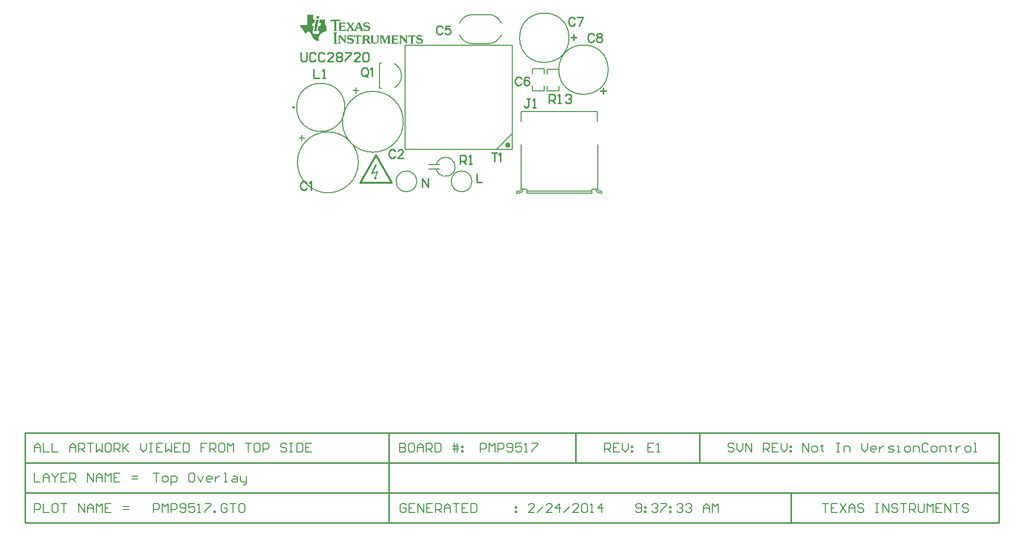
<source format=gto>
%FSAX25Y25*%
%MOIN*%
G70*
G01*
G75*
G04 Layer_Color=65535*
%ADD10R,0.06300X0.05000*%
%ADD11C,0.01969*%
%ADD12C,0.03937*%
%ADD13C,0.00800*%
%ADD14C,0.01000*%
%ADD15C,0.31496*%
%ADD16C,0.05512*%
%ADD17R,0.05512X0.05512*%
%ADD18R,0.05118X0.05118*%
%ADD19C,0.05118*%
%ADD20C,0.11811*%
%ADD21C,0.06000*%
%ADD22C,0.06299*%
%ADD23R,0.06299X0.06299*%
%ADD24C,0.05906*%
%ADD25R,0.05118X0.05118*%
%ADD26C,0.05315*%
%ADD27C,0.07874*%
%ADD28C,0.08700*%
%ADD29C,0.03937*%
%ADD30R,0.05000X0.06300*%
%ADD31R,0.05512X0.05472*%
%ADD32R,0.19134X0.13228*%
%ADD33R,0.07284X0.05118*%
%ADD34R,0.03740X0.03937*%
%ADD35R,0.03937X0.03740*%
%ADD36R,0.13780X0.05906*%
%ADD37R,0.05512X0.03543*%
%ADD38R,0.05512X0.08661*%
%ADD39R,0.10630X0.05118*%
%ADD40R,0.05984X0.04724*%
%ADD41R,0.08500X0.10799*%
%ADD42R,0.04803X0.03602*%
%ADD43O,0.08661X0.02362*%
%ADD44C,0.03150*%
%ADD45C,0.00700*%
%ADD46C,0.00787*%
%ADD47C,0.00500*%
%ADD48C,0.00799*%
%ADD49C,0.01400*%
%ADD50C,0.00984*%
%ADD51C,0.00591*%
G36*
X0299389Y0370589D02*
Y0370516D01*
Y0370443D01*
X0299244D01*
Y0370371D01*
X0299171D01*
Y0370298D01*
X0299098D01*
Y0370225D01*
X0299026D01*
Y0370152D01*
X0298953D01*
Y0370080D01*
Y0370007D01*
Y0369934D01*
Y0369862D01*
Y0369789D01*
X0298880D01*
Y0369716D01*
Y0369643D01*
Y0369571D01*
Y0369498D01*
Y0369425D01*
Y0369353D01*
Y0369280D01*
Y0369207D01*
Y0369135D01*
Y0369062D01*
Y0368989D01*
Y0368917D01*
Y0368844D01*
Y0368771D01*
Y0368698D01*
Y0368626D01*
Y0368553D01*
Y0368480D01*
Y0368408D01*
Y0368335D01*
Y0368262D01*
Y0368190D01*
Y0368117D01*
Y0368044D01*
Y0367971D01*
Y0367899D01*
Y0367826D01*
Y0367753D01*
Y0367681D01*
Y0367608D01*
Y0367535D01*
Y0367462D01*
Y0367390D01*
Y0367317D01*
Y0367244D01*
Y0367172D01*
Y0367099D01*
Y0367026D01*
Y0366954D01*
Y0366881D01*
Y0366808D01*
Y0366736D01*
Y0366663D01*
Y0366590D01*
Y0366517D01*
Y0366445D01*
Y0366372D01*
Y0366299D01*
Y0366227D01*
Y0366154D01*
Y0366081D01*
Y0366008D01*
Y0365936D01*
Y0365863D01*
Y0365790D01*
Y0365718D01*
Y0365645D01*
Y0365572D01*
Y0365500D01*
Y0365427D01*
Y0365354D01*
Y0365282D01*
Y0365209D01*
Y0365136D01*
Y0365063D01*
Y0364991D01*
Y0364918D01*
Y0364845D01*
X0298662D01*
Y0364918D01*
X0298589D01*
Y0364991D01*
Y0365063D01*
X0298517D01*
Y0365136D01*
X0298444D01*
Y0365209D01*
X0298371D01*
Y0365282D01*
X0298299D01*
Y0365354D01*
X0298226D01*
Y0365427D01*
X0298153D01*
Y0365500D01*
X0298080D01*
Y0365572D01*
Y0365645D01*
X0298008D01*
Y0365718D01*
X0297935D01*
Y0365790D01*
X0297862D01*
Y0365863D01*
X0297790D01*
Y0365936D01*
X0297717D01*
Y0366008D01*
X0297644D01*
Y0366081D01*
X0297571D01*
Y0366154D01*
Y0366227D01*
X0297499D01*
Y0366299D01*
X0297426D01*
Y0366372D01*
X0297353D01*
Y0366445D01*
X0297281D01*
Y0366517D01*
X0297208D01*
Y0366590D01*
X0297135D01*
Y0366663D01*
X0297063D01*
Y0366736D01*
Y0366808D01*
X0296990D01*
Y0366881D01*
X0296917D01*
Y0366954D01*
X0296845D01*
Y0367026D01*
X0296772D01*
Y0367099D01*
X0296699D01*
Y0367172D01*
X0296626D01*
Y0367244D01*
X0296554D01*
Y0367317D01*
Y0367390D01*
X0296481D01*
Y0367462D01*
X0296408D01*
Y0367535D01*
X0296336D01*
Y0367608D01*
X0296263D01*
Y0367681D01*
X0296190D01*
Y0367753D01*
X0296117D01*
Y0367826D01*
X0296045D01*
Y0367899D01*
Y0367971D01*
X0295972D01*
Y0368044D01*
X0295899D01*
Y0368117D01*
X0295827D01*
Y0368190D01*
X0295754D01*
Y0368262D01*
X0295681D01*
Y0368335D01*
X0295609D01*
Y0368408D01*
X0295536D01*
Y0368480D01*
Y0368553D01*
X0295463D01*
Y0368626D01*
X0295391D01*
Y0368698D01*
X0295318D01*
Y0368771D01*
X0295245D01*
Y0368844D01*
X0295172D01*
Y0368917D01*
X0295100D01*
Y0368989D01*
X0295027D01*
Y0369062D01*
Y0369135D01*
X0294954D01*
Y0369207D01*
X0294882D01*
Y0369135D01*
Y0369062D01*
Y0368989D01*
Y0368917D01*
Y0368844D01*
Y0368771D01*
Y0368698D01*
Y0368626D01*
Y0368553D01*
Y0368480D01*
Y0368408D01*
Y0368335D01*
Y0368262D01*
Y0368190D01*
Y0368117D01*
Y0368044D01*
Y0367971D01*
Y0367899D01*
Y0367826D01*
Y0367753D01*
Y0367681D01*
Y0367608D01*
Y0367535D01*
Y0367462D01*
Y0367390D01*
Y0367317D01*
Y0367244D01*
Y0367172D01*
Y0367099D01*
Y0367026D01*
Y0366954D01*
Y0366881D01*
Y0366808D01*
Y0366736D01*
Y0366663D01*
Y0366590D01*
Y0366517D01*
Y0366445D01*
Y0366372D01*
Y0366299D01*
Y0366227D01*
Y0366154D01*
Y0366081D01*
Y0366008D01*
Y0365936D01*
Y0365863D01*
Y0365790D01*
Y0365718D01*
Y0365645D01*
X0294954D01*
Y0365572D01*
Y0365500D01*
Y0365427D01*
X0295027D01*
Y0365354D01*
X0295100D01*
Y0365282D01*
X0295245D01*
Y0365209D01*
X0295391D01*
Y0365136D01*
X0295463D01*
Y0365063D01*
Y0364991D01*
Y0364918D01*
X0293573D01*
Y0364991D01*
Y0365063D01*
Y0365136D01*
X0293646D01*
Y0365209D01*
X0293864D01*
Y0365282D01*
X0293936D01*
Y0365354D01*
X0294009D01*
Y0365427D01*
Y0365500D01*
X0294082D01*
Y0365572D01*
Y0365645D01*
Y0365718D01*
Y0365790D01*
Y0365863D01*
X0294155D01*
Y0365936D01*
Y0366008D01*
Y0366081D01*
Y0366154D01*
Y0366227D01*
Y0366299D01*
Y0366372D01*
Y0366445D01*
Y0366517D01*
Y0366590D01*
Y0366663D01*
Y0366736D01*
Y0366808D01*
Y0366881D01*
Y0366954D01*
Y0367026D01*
Y0367099D01*
Y0367172D01*
Y0367244D01*
Y0367317D01*
Y0367390D01*
Y0367462D01*
Y0367535D01*
Y0367608D01*
Y0367681D01*
Y0367753D01*
Y0367826D01*
Y0367899D01*
Y0367971D01*
Y0368044D01*
Y0368117D01*
Y0368190D01*
Y0368262D01*
Y0368335D01*
Y0368408D01*
Y0368480D01*
Y0368553D01*
Y0368626D01*
Y0368698D01*
Y0368771D01*
Y0368844D01*
Y0368917D01*
Y0368989D01*
Y0369062D01*
Y0369135D01*
Y0369207D01*
Y0369280D01*
Y0369353D01*
Y0369425D01*
Y0369498D01*
Y0369571D01*
Y0369643D01*
Y0369716D01*
Y0369789D01*
X0294082D01*
Y0369862D01*
Y0369934D01*
Y0370007D01*
Y0370080D01*
X0294009D01*
Y0370152D01*
Y0370225D01*
X0293936D01*
Y0370298D01*
X0293864D01*
Y0370371D01*
X0293718D01*
Y0370443D01*
X0293573D01*
Y0370516D01*
Y0370589D01*
Y0370661D01*
X0295318D01*
Y0370589D01*
X0295391D01*
Y0370516D01*
X0295463D01*
Y0370443D01*
Y0370371D01*
X0295536D01*
Y0370298D01*
X0295609D01*
Y0370225D01*
X0295681D01*
Y0370152D01*
X0295754D01*
Y0370080D01*
X0295827D01*
Y0370007D01*
X0295899D01*
Y0369934D01*
X0295972D01*
Y0369862D01*
Y0369789D01*
X0296045D01*
Y0369716D01*
X0296117D01*
Y0369643D01*
X0296190D01*
Y0369571D01*
X0296263D01*
Y0369498D01*
X0296336D01*
Y0369425D01*
X0296408D01*
Y0369353D01*
X0296481D01*
Y0369280D01*
Y0369207D01*
X0296554D01*
Y0369135D01*
X0296626D01*
Y0369062D01*
X0296699D01*
Y0368989D01*
X0296772D01*
Y0368917D01*
X0296845D01*
Y0368844D01*
X0296917D01*
Y0368771D01*
X0296990D01*
Y0368698D01*
Y0368626D01*
X0297063D01*
Y0368553D01*
X0297135D01*
Y0368480D01*
X0297208D01*
Y0368408D01*
X0297281D01*
Y0368335D01*
X0297353D01*
Y0368262D01*
X0297426D01*
Y0368190D01*
X0297499D01*
Y0368117D01*
Y0368044D01*
X0297571D01*
Y0367971D01*
X0297644D01*
Y0367899D01*
X0297717D01*
Y0367826D01*
X0297790D01*
Y0367753D01*
X0297862D01*
Y0367681D01*
X0297935D01*
Y0367608D01*
X0298008D01*
Y0367535D01*
Y0367462D01*
X0298080D01*
Y0367390D01*
X0298153D01*
Y0367462D01*
Y0367535D01*
Y0367608D01*
Y0367681D01*
Y0367753D01*
Y0367826D01*
Y0367899D01*
Y0367971D01*
Y0368044D01*
Y0368117D01*
Y0368190D01*
Y0368262D01*
Y0368335D01*
Y0368408D01*
Y0368480D01*
Y0368553D01*
Y0368626D01*
Y0368698D01*
Y0368771D01*
Y0368844D01*
Y0368917D01*
Y0368989D01*
Y0369062D01*
Y0369135D01*
Y0369207D01*
Y0369280D01*
Y0369353D01*
Y0369425D01*
Y0369498D01*
Y0369571D01*
Y0369643D01*
Y0369716D01*
Y0369789D01*
Y0369862D01*
Y0369934D01*
Y0370007D01*
Y0370080D01*
X0298080D01*
Y0370152D01*
Y0370225D01*
X0298008D01*
Y0370298D01*
X0297935D01*
Y0370371D01*
X0297790D01*
Y0370443D01*
X0297644D01*
Y0370516D01*
Y0370589D01*
Y0370661D01*
X0299389D01*
Y0370589D01*
D02*
G37*
G36*
X0287757D02*
Y0370516D01*
Y0370443D01*
X0287612D01*
Y0370371D01*
X0287466D01*
Y0370298D01*
X0287393D01*
Y0370225D01*
X0287321D01*
Y0370152D01*
X0287248D01*
Y0370080D01*
Y0370007D01*
Y0369934D01*
Y0369862D01*
Y0369789D01*
Y0369716D01*
Y0369643D01*
Y0369571D01*
Y0369498D01*
Y0369425D01*
Y0369353D01*
Y0369280D01*
Y0369207D01*
Y0369135D01*
Y0369062D01*
Y0368989D01*
Y0368917D01*
Y0368844D01*
Y0368771D01*
Y0368698D01*
Y0368626D01*
Y0368553D01*
Y0368480D01*
Y0368408D01*
Y0368335D01*
Y0368262D01*
Y0368190D01*
Y0368117D01*
Y0368044D01*
Y0367971D01*
Y0367899D01*
Y0367826D01*
Y0367753D01*
Y0367681D01*
Y0367608D01*
Y0367535D01*
Y0367462D01*
Y0367390D01*
Y0367317D01*
Y0367244D01*
Y0367172D01*
Y0367099D01*
Y0367026D01*
Y0366954D01*
Y0366881D01*
Y0366808D01*
Y0366736D01*
Y0366663D01*
Y0366590D01*
Y0366517D01*
Y0366445D01*
Y0366372D01*
Y0366299D01*
Y0366227D01*
Y0366154D01*
Y0366081D01*
Y0366008D01*
Y0365936D01*
Y0365863D01*
Y0365790D01*
Y0365718D01*
Y0365645D01*
Y0365572D01*
Y0365500D01*
X0287321D01*
Y0365427D01*
Y0365354D01*
X0287393D01*
Y0365282D01*
X0287466D01*
Y0365209D01*
X0287684D01*
Y0365136D01*
X0287757D01*
Y0365063D01*
Y0364991D01*
Y0364918D01*
X0285431D01*
Y0364991D01*
Y0365063D01*
Y0365136D01*
X0285503D01*
Y0365209D01*
X0285649D01*
Y0365282D01*
X0285794D01*
Y0365354D01*
X0285867D01*
Y0365427D01*
Y0365500D01*
X0285939D01*
Y0365572D01*
Y0365645D01*
Y0365718D01*
Y0365790D01*
Y0365863D01*
Y0365936D01*
Y0366008D01*
Y0366081D01*
Y0366154D01*
Y0366227D01*
Y0366299D01*
Y0366372D01*
Y0366445D01*
Y0366517D01*
Y0366590D01*
Y0366663D01*
Y0366736D01*
Y0366808D01*
Y0366881D01*
Y0366954D01*
Y0367026D01*
Y0367099D01*
Y0367172D01*
Y0367244D01*
Y0367317D01*
Y0367390D01*
Y0367462D01*
Y0367535D01*
Y0367608D01*
Y0367681D01*
Y0367753D01*
Y0367826D01*
Y0367899D01*
Y0367971D01*
Y0368044D01*
Y0368117D01*
Y0368190D01*
Y0368262D01*
Y0368335D01*
Y0368408D01*
Y0368480D01*
Y0368553D01*
Y0368626D01*
Y0368698D01*
Y0368771D01*
Y0368844D01*
Y0368917D01*
Y0368989D01*
Y0369062D01*
Y0369135D01*
Y0369207D01*
Y0369280D01*
Y0369353D01*
X0285867D01*
Y0369280D01*
Y0369207D01*
Y0369135D01*
X0285794D01*
Y0369062D01*
Y0368989D01*
X0285721D01*
Y0368917D01*
Y0368844D01*
X0285649D01*
Y0368771D01*
Y0368698D01*
Y0368626D01*
X0285576D01*
Y0368553D01*
Y0368480D01*
X0285503D01*
Y0368408D01*
Y0368335D01*
X0285431D01*
Y0368262D01*
Y0368190D01*
Y0368117D01*
X0285358D01*
Y0368044D01*
Y0367971D01*
X0285285D01*
Y0367899D01*
Y0367826D01*
X0285212D01*
Y0367753D01*
Y0367681D01*
X0285140D01*
Y0367608D01*
Y0367535D01*
Y0367462D01*
X0285067D01*
Y0367390D01*
Y0367317D01*
X0284994D01*
Y0367244D01*
Y0367172D01*
X0284922D01*
Y0367099D01*
Y0367026D01*
Y0366954D01*
X0284849D01*
Y0366881D01*
Y0366808D01*
X0284776D01*
Y0366736D01*
Y0366663D01*
X0284703D01*
Y0366590D01*
Y0366517D01*
Y0366445D01*
X0284631D01*
Y0366372D01*
Y0366299D01*
X0284558D01*
Y0366227D01*
Y0366154D01*
X0284485D01*
Y0366081D01*
Y0366008D01*
X0284413D01*
Y0365936D01*
Y0365863D01*
Y0365790D01*
X0284340D01*
Y0365718D01*
Y0365645D01*
X0284267D01*
Y0365572D01*
Y0365500D01*
X0284195D01*
Y0365427D01*
Y0365354D01*
Y0365282D01*
X0284122D01*
Y0365209D01*
Y0365136D01*
X0284049D01*
Y0365063D01*
Y0364991D01*
X0283977D01*
Y0364918D01*
Y0364845D01*
X0283758D01*
Y0364918D01*
Y0364991D01*
X0283686D01*
Y0365063D01*
Y0365136D01*
X0283613D01*
Y0365209D01*
Y0365282D01*
Y0365354D01*
X0283540D01*
Y0365427D01*
Y0365500D01*
X0283468D01*
Y0365572D01*
Y0365645D01*
X0283395D01*
Y0365718D01*
Y0365790D01*
X0283322D01*
Y0365863D01*
Y0365936D01*
Y0366008D01*
X0283249D01*
Y0366081D01*
Y0366154D01*
X0283177D01*
Y0366227D01*
Y0366299D01*
X0283104D01*
Y0366372D01*
Y0366445D01*
X0283031D01*
Y0366517D01*
Y0366590D01*
Y0366663D01*
X0282959D01*
Y0366736D01*
Y0366808D01*
X0282886D01*
Y0366881D01*
Y0366954D01*
X0282813D01*
Y0367026D01*
Y0367099D01*
X0282741D01*
Y0367172D01*
Y0367244D01*
Y0367317D01*
X0282668D01*
Y0367390D01*
Y0367462D01*
X0282595D01*
Y0367535D01*
Y0367608D01*
X0282523D01*
Y0367681D01*
Y0367753D01*
X0282450D01*
Y0367826D01*
Y0367899D01*
Y0367971D01*
X0282377D01*
Y0368044D01*
Y0368117D01*
X0282304D01*
Y0368190D01*
Y0368262D01*
X0282232D01*
Y0368335D01*
Y0368408D01*
X0282159D01*
Y0368480D01*
Y0368553D01*
X0282086D01*
Y0368626D01*
Y0368698D01*
Y0368771D01*
X0282014D01*
Y0368844D01*
Y0368917D01*
X0281941D01*
Y0368989D01*
Y0369062D01*
X0281868D01*
Y0369135D01*
Y0369207D01*
X0281796D01*
Y0369280D01*
Y0369353D01*
X0281723D01*
Y0369280D01*
Y0369207D01*
Y0369135D01*
Y0369062D01*
Y0368989D01*
Y0368917D01*
Y0368844D01*
Y0368771D01*
Y0368698D01*
Y0368626D01*
Y0368553D01*
Y0368480D01*
Y0368408D01*
Y0368335D01*
Y0368262D01*
Y0368190D01*
Y0368117D01*
Y0368044D01*
Y0367971D01*
Y0367899D01*
Y0367826D01*
Y0367753D01*
Y0367681D01*
Y0367608D01*
Y0367535D01*
Y0367462D01*
Y0367390D01*
Y0367317D01*
Y0367244D01*
Y0367172D01*
Y0367099D01*
Y0367026D01*
Y0366954D01*
Y0366881D01*
Y0366808D01*
Y0366736D01*
Y0366663D01*
Y0366590D01*
Y0366517D01*
Y0366445D01*
Y0366372D01*
Y0366299D01*
Y0366227D01*
Y0366154D01*
Y0366081D01*
Y0366008D01*
Y0365936D01*
Y0365863D01*
Y0365790D01*
Y0365718D01*
Y0365645D01*
X0281796D01*
Y0365572D01*
Y0365500D01*
Y0365427D01*
X0281868D01*
Y0365354D01*
X0281941D01*
Y0365282D01*
X0282014D01*
Y0365209D01*
X0282232D01*
Y0365136D01*
X0282304D01*
Y0365063D01*
Y0364991D01*
Y0364918D01*
X0280487D01*
Y0364991D01*
Y0365063D01*
Y0365136D01*
Y0365209D01*
X0280705D01*
Y0365282D01*
X0280778D01*
Y0365354D01*
X0280851D01*
Y0365427D01*
X0280923D01*
Y0365500D01*
Y0365572D01*
X0280996D01*
Y0365645D01*
Y0365718D01*
Y0365790D01*
Y0365863D01*
Y0365936D01*
Y0366008D01*
Y0366081D01*
Y0366154D01*
Y0366227D01*
Y0366299D01*
Y0366372D01*
Y0366445D01*
Y0366517D01*
Y0366590D01*
Y0366663D01*
Y0366736D01*
Y0366808D01*
Y0366881D01*
Y0366954D01*
Y0367026D01*
Y0367099D01*
Y0367172D01*
Y0367244D01*
Y0367317D01*
Y0367390D01*
Y0367462D01*
Y0367535D01*
Y0367608D01*
Y0367681D01*
Y0367753D01*
Y0367826D01*
Y0367899D01*
Y0367971D01*
Y0368044D01*
Y0368117D01*
Y0368190D01*
Y0368262D01*
Y0368335D01*
Y0368408D01*
Y0368480D01*
Y0368553D01*
Y0368626D01*
Y0368698D01*
Y0368771D01*
Y0368844D01*
Y0368917D01*
Y0368989D01*
Y0369062D01*
Y0369135D01*
Y0369207D01*
Y0369280D01*
Y0369353D01*
Y0369425D01*
Y0369498D01*
Y0369571D01*
Y0369643D01*
Y0369716D01*
Y0369789D01*
Y0369862D01*
Y0369934D01*
Y0370007D01*
Y0370080D01*
Y0370152D01*
X0280923D01*
Y0370225D01*
X0280851D01*
Y0370298D01*
X0280778D01*
Y0370371D01*
X0280632D01*
Y0370443D01*
X0280487D01*
Y0370516D01*
Y0370589D01*
Y0370661D01*
X0282523D01*
Y0370589D01*
X0282595D01*
Y0370516D01*
Y0370443D01*
X0282668D01*
Y0370371D01*
Y0370298D01*
X0282741D01*
Y0370225D01*
Y0370152D01*
Y0370080D01*
X0282813D01*
Y0370007D01*
Y0369934D01*
X0282886D01*
Y0369862D01*
Y0369789D01*
X0282959D01*
Y0369716D01*
Y0369643D01*
X0283031D01*
Y0369571D01*
Y0369498D01*
Y0369425D01*
X0283104D01*
Y0369353D01*
Y0369280D01*
X0283177D01*
Y0369207D01*
Y0369135D01*
X0283249D01*
Y0369062D01*
Y0368989D01*
X0283322D01*
Y0368917D01*
Y0368844D01*
Y0368771D01*
X0283395D01*
Y0368698D01*
Y0368626D01*
X0283468D01*
Y0368553D01*
Y0368480D01*
X0283540D01*
Y0368408D01*
Y0368335D01*
X0283613D01*
Y0368262D01*
Y0368190D01*
Y0368117D01*
X0283686D01*
Y0368044D01*
Y0367971D01*
X0283758D01*
Y0367899D01*
Y0367826D01*
X0283831D01*
Y0367753D01*
Y0367681D01*
X0283904D01*
Y0367608D01*
Y0367535D01*
Y0367462D01*
X0283977D01*
Y0367390D01*
Y0367317D01*
X0284049D01*
Y0367244D01*
Y0367172D01*
X0284122D01*
Y0367099D01*
Y0367026D01*
X0284195D01*
Y0367099D01*
X0284267D01*
Y0367172D01*
Y0367244D01*
Y0367317D01*
X0284340D01*
Y0367390D01*
Y0367462D01*
X0284413D01*
Y0367535D01*
Y0367608D01*
X0284485D01*
Y0367681D01*
Y0367753D01*
Y0367826D01*
X0284558D01*
Y0367899D01*
Y0367971D01*
X0284631D01*
Y0368044D01*
Y0368117D01*
X0284703D01*
Y0368190D01*
Y0368262D01*
Y0368335D01*
X0284776D01*
Y0368408D01*
Y0368480D01*
X0284849D01*
Y0368553D01*
Y0368626D01*
X0284922D01*
Y0368698D01*
Y0368771D01*
Y0368844D01*
X0284994D01*
Y0368917D01*
Y0368989D01*
X0285067D01*
Y0369062D01*
Y0369135D01*
X0285140D01*
Y0369207D01*
Y0369280D01*
Y0369353D01*
X0285212D01*
Y0369425D01*
Y0369498D01*
X0285285D01*
Y0369571D01*
Y0369643D01*
X0285358D01*
Y0369716D01*
Y0369789D01*
Y0369862D01*
X0285431D01*
Y0369934D01*
Y0370007D01*
X0285503D01*
Y0370080D01*
Y0370152D01*
X0285576D01*
Y0370225D01*
Y0370298D01*
Y0370371D01*
X0285649D01*
Y0370443D01*
Y0370516D01*
X0285721D01*
Y0370589D01*
Y0370661D01*
X0287757D01*
Y0370589D01*
D02*
G37*
G36*
X0257950D02*
Y0370516D01*
Y0370443D01*
X0257805D01*
Y0370371D01*
X0257732D01*
Y0370298D01*
X0257659D01*
Y0370225D01*
X0257587D01*
Y0370152D01*
X0257514D01*
Y0370080D01*
Y0370007D01*
Y0369934D01*
Y0369862D01*
X0257441D01*
Y0369789D01*
Y0369716D01*
Y0369643D01*
Y0369571D01*
Y0369498D01*
Y0369425D01*
Y0369353D01*
Y0369280D01*
Y0369207D01*
Y0369135D01*
Y0369062D01*
Y0368989D01*
Y0368917D01*
Y0368844D01*
Y0368771D01*
Y0368698D01*
Y0368626D01*
Y0368553D01*
Y0368480D01*
Y0368408D01*
Y0368335D01*
Y0368262D01*
Y0368190D01*
Y0368117D01*
Y0368044D01*
Y0367971D01*
Y0367899D01*
Y0367826D01*
Y0367753D01*
Y0367681D01*
Y0367608D01*
Y0367535D01*
Y0367462D01*
Y0367390D01*
Y0367317D01*
Y0367244D01*
Y0367172D01*
Y0367099D01*
Y0367026D01*
Y0366954D01*
Y0366881D01*
Y0366808D01*
Y0366736D01*
Y0366663D01*
Y0366590D01*
Y0366517D01*
Y0366445D01*
Y0366372D01*
Y0366299D01*
Y0366227D01*
Y0366154D01*
Y0366081D01*
Y0366008D01*
Y0365936D01*
Y0365863D01*
Y0365790D01*
Y0365718D01*
Y0365645D01*
Y0365572D01*
Y0365500D01*
Y0365427D01*
Y0365354D01*
Y0365282D01*
Y0365209D01*
Y0365136D01*
Y0365063D01*
Y0364991D01*
Y0364918D01*
Y0364845D01*
X0257223D01*
Y0364918D01*
X0257150D01*
Y0364991D01*
Y0365063D01*
X0257078D01*
Y0365136D01*
X0257005D01*
Y0365209D01*
X0256932D01*
Y0365282D01*
X0256859D01*
Y0365354D01*
X0256787D01*
Y0365427D01*
X0256714D01*
Y0365500D01*
X0256641D01*
Y0365572D01*
Y0365645D01*
X0256569D01*
Y0365718D01*
X0256496D01*
Y0365790D01*
X0256423D01*
Y0365863D01*
X0256351D01*
Y0365936D01*
X0256278D01*
Y0366008D01*
X0256205D01*
Y0366081D01*
X0256133D01*
Y0366154D01*
Y0366227D01*
X0256060D01*
Y0366299D01*
X0255987D01*
Y0366372D01*
X0255914D01*
Y0366445D01*
X0255842D01*
Y0366517D01*
X0255769D01*
Y0366590D01*
X0255696D01*
Y0366663D01*
X0255624D01*
Y0366736D01*
Y0366808D01*
X0255551D01*
Y0366881D01*
X0255478D01*
Y0366954D01*
X0255405D01*
Y0367026D01*
X0255333D01*
Y0367099D01*
X0255260D01*
Y0367172D01*
X0255187D01*
Y0367244D01*
X0255115D01*
Y0367317D01*
Y0367390D01*
X0255042D01*
Y0367462D01*
X0254969D01*
Y0367535D01*
X0254896D01*
Y0367608D01*
X0254824D01*
Y0367681D01*
X0254751D01*
Y0367753D01*
X0254679D01*
Y0367826D01*
X0254606D01*
Y0367899D01*
Y0367971D01*
X0254533D01*
Y0368044D01*
X0254460D01*
Y0368117D01*
X0254388D01*
Y0368190D01*
X0254315D01*
Y0368262D01*
X0254242D01*
Y0368335D01*
X0254170D01*
Y0368408D01*
X0254097D01*
Y0368480D01*
Y0368553D01*
X0254024D01*
Y0368626D01*
X0253952D01*
Y0368698D01*
X0253879D01*
Y0368771D01*
X0253806D01*
Y0368844D01*
X0253733D01*
Y0368917D01*
X0253661D01*
Y0368989D01*
X0253588D01*
Y0369062D01*
X0253515D01*
Y0369135D01*
Y0369207D01*
X0253443D01*
Y0369135D01*
Y0369062D01*
Y0368989D01*
Y0368917D01*
Y0368844D01*
Y0368771D01*
Y0368698D01*
Y0368626D01*
Y0368553D01*
Y0368480D01*
Y0368408D01*
Y0368335D01*
Y0368262D01*
Y0368190D01*
Y0368117D01*
Y0368044D01*
Y0367971D01*
Y0367899D01*
Y0367826D01*
Y0367753D01*
Y0367681D01*
Y0367608D01*
Y0367535D01*
Y0367462D01*
Y0367390D01*
Y0367317D01*
Y0367244D01*
Y0367172D01*
Y0367099D01*
Y0367026D01*
Y0366954D01*
Y0366881D01*
Y0366808D01*
Y0366736D01*
Y0366663D01*
Y0366590D01*
Y0366517D01*
Y0366445D01*
Y0366372D01*
Y0366299D01*
Y0366227D01*
Y0366154D01*
Y0366081D01*
Y0366008D01*
Y0365936D01*
Y0365863D01*
Y0365790D01*
Y0365718D01*
Y0365645D01*
X0253515D01*
Y0365572D01*
Y0365500D01*
Y0365427D01*
X0253588D01*
Y0365354D01*
X0253661D01*
Y0365282D01*
X0253806D01*
Y0365209D01*
X0253952D01*
Y0365136D01*
X0254024D01*
Y0365063D01*
Y0364991D01*
Y0364918D01*
X0252134D01*
Y0364991D01*
Y0365063D01*
Y0365136D01*
X0252207D01*
Y0365209D01*
X0252425D01*
Y0365282D01*
X0252497D01*
Y0365354D01*
X0252570D01*
Y0365427D01*
Y0365500D01*
X0252643D01*
Y0365572D01*
Y0365645D01*
Y0365718D01*
Y0365790D01*
Y0365863D01*
Y0365936D01*
Y0366008D01*
Y0366081D01*
Y0366154D01*
Y0366227D01*
Y0366299D01*
Y0366372D01*
Y0366445D01*
Y0366517D01*
Y0366590D01*
Y0366663D01*
Y0366736D01*
Y0366808D01*
Y0366881D01*
Y0366954D01*
Y0367026D01*
Y0367099D01*
Y0367172D01*
Y0367244D01*
Y0367317D01*
Y0367390D01*
Y0367462D01*
Y0367535D01*
Y0367608D01*
Y0367681D01*
Y0367753D01*
Y0367826D01*
Y0367899D01*
Y0367971D01*
Y0368044D01*
Y0368117D01*
Y0368190D01*
Y0368262D01*
Y0368335D01*
Y0368408D01*
Y0368480D01*
Y0368553D01*
Y0368626D01*
Y0368698D01*
Y0368771D01*
Y0368844D01*
Y0368917D01*
Y0368989D01*
Y0369062D01*
Y0369135D01*
Y0369207D01*
Y0369280D01*
Y0369353D01*
Y0369425D01*
Y0369498D01*
Y0369571D01*
Y0369643D01*
Y0369716D01*
Y0369789D01*
Y0369862D01*
Y0369934D01*
Y0370007D01*
Y0370080D01*
X0252570D01*
Y0370152D01*
Y0370225D01*
X0252497D01*
Y0370298D01*
X0252425D01*
Y0370371D01*
X0252279D01*
Y0370443D01*
X0252134D01*
Y0370516D01*
Y0370589D01*
Y0370661D01*
X0253879D01*
Y0370589D01*
X0253952D01*
Y0370516D01*
Y0370443D01*
X0254024D01*
Y0370371D01*
X0254097D01*
Y0370298D01*
X0254170D01*
Y0370225D01*
X0254242D01*
Y0370152D01*
X0254315D01*
Y0370080D01*
X0254388D01*
Y0370007D01*
X0254460D01*
Y0369934D01*
Y0369862D01*
X0254533D01*
Y0369789D01*
X0254606D01*
Y0369716D01*
X0254679D01*
Y0369643D01*
X0254751D01*
Y0369571D01*
X0254824D01*
Y0369498D01*
X0254896D01*
Y0369425D01*
X0254969D01*
Y0369353D01*
X0255042D01*
Y0369280D01*
Y0369207D01*
X0255115D01*
Y0369135D01*
X0255187D01*
Y0369062D01*
X0255260D01*
Y0368989D01*
X0255333D01*
Y0368917D01*
X0255405D01*
Y0368844D01*
X0255478D01*
Y0368771D01*
X0255551D01*
Y0368698D01*
Y0368626D01*
X0255624D01*
Y0368553D01*
X0255696D01*
Y0368480D01*
X0255769D01*
Y0368408D01*
X0255842D01*
Y0368335D01*
X0255914D01*
Y0368262D01*
X0255987D01*
Y0368190D01*
X0256060D01*
Y0368117D01*
Y0368044D01*
X0256133D01*
Y0367971D01*
X0256205D01*
Y0367899D01*
X0256278D01*
Y0367826D01*
X0256351D01*
Y0367753D01*
X0256423D01*
Y0367681D01*
X0256496D01*
Y0367608D01*
X0256569D01*
Y0367535D01*
Y0367462D01*
X0256714D01*
Y0367535D01*
Y0367608D01*
Y0367681D01*
Y0367753D01*
Y0367826D01*
Y0367899D01*
Y0367971D01*
Y0368044D01*
Y0368117D01*
Y0368190D01*
Y0368262D01*
Y0368335D01*
Y0368408D01*
Y0368480D01*
Y0368553D01*
Y0368626D01*
Y0368698D01*
Y0368771D01*
Y0368844D01*
Y0368917D01*
Y0368989D01*
Y0369062D01*
Y0369135D01*
Y0369207D01*
Y0369280D01*
Y0369353D01*
Y0369425D01*
Y0369498D01*
Y0369571D01*
Y0369643D01*
Y0369716D01*
Y0369789D01*
Y0369862D01*
Y0369934D01*
Y0370007D01*
X0256641D01*
Y0370080D01*
Y0370152D01*
Y0370225D01*
X0256569D01*
Y0370298D01*
X0256496D01*
Y0370371D01*
X0256351D01*
Y0370443D01*
X0256205D01*
Y0370516D01*
Y0370589D01*
Y0370661D01*
X0257950D01*
Y0370589D01*
D02*
G37*
G36*
X0267837D02*
Y0370516D01*
Y0370443D01*
X0267910D01*
Y0370371D01*
Y0370298D01*
Y0370225D01*
Y0370152D01*
X0267983D01*
Y0370080D01*
Y0370007D01*
Y0369934D01*
X0268055D01*
Y0369862D01*
Y0369789D01*
Y0369716D01*
X0268128D01*
Y0369643D01*
Y0369571D01*
Y0369498D01*
X0268201D01*
Y0369425D01*
Y0369353D01*
Y0369280D01*
Y0369207D01*
Y0369135D01*
X0268055D01*
Y0369207D01*
X0267983D01*
Y0369280D01*
X0267910D01*
Y0369353D01*
X0267837D01*
Y0369425D01*
X0267764D01*
Y0369498D01*
X0267692D01*
Y0369571D01*
X0267619D01*
Y0369643D01*
X0267546D01*
Y0369716D01*
X0267474D01*
Y0369789D01*
X0267401D01*
Y0369862D01*
X0267183D01*
Y0369934D01*
X0266892D01*
Y0370007D01*
X0266238D01*
Y0369934D01*
X0266165D01*
Y0369862D01*
X0266092D01*
Y0369789D01*
Y0369716D01*
Y0369643D01*
Y0369571D01*
Y0369498D01*
Y0369425D01*
Y0369353D01*
Y0369280D01*
Y0369207D01*
Y0369135D01*
Y0369062D01*
Y0368989D01*
Y0368917D01*
Y0368844D01*
Y0368771D01*
Y0368698D01*
Y0368626D01*
Y0368553D01*
Y0368480D01*
Y0368408D01*
Y0368335D01*
Y0368262D01*
Y0368190D01*
Y0368117D01*
Y0368044D01*
Y0367971D01*
Y0367899D01*
Y0367826D01*
Y0367753D01*
Y0367681D01*
Y0367608D01*
Y0367535D01*
Y0367462D01*
Y0367390D01*
Y0367317D01*
Y0367244D01*
Y0367172D01*
Y0367099D01*
Y0367026D01*
Y0366954D01*
Y0366881D01*
Y0366808D01*
Y0366736D01*
Y0366663D01*
Y0366590D01*
Y0366517D01*
Y0366445D01*
Y0366372D01*
Y0366299D01*
Y0366227D01*
Y0366154D01*
Y0366081D01*
Y0366008D01*
Y0365936D01*
Y0365863D01*
Y0365790D01*
Y0365718D01*
Y0365645D01*
Y0365572D01*
X0266165D01*
Y0365500D01*
Y0365427D01*
Y0365354D01*
X0266238D01*
Y0365282D01*
X0266383D01*
Y0365209D01*
X0266601D01*
Y0365136D01*
X0266747D01*
Y0365063D01*
Y0364991D01*
Y0364918D01*
X0264275D01*
Y0364991D01*
Y0365063D01*
Y0365136D01*
X0264348D01*
Y0365209D01*
X0264566D01*
Y0365282D01*
X0264711D01*
Y0365354D01*
X0264784D01*
Y0365427D01*
Y0365500D01*
X0264856D01*
Y0365572D01*
Y0365645D01*
Y0365718D01*
Y0365790D01*
Y0365863D01*
Y0365936D01*
Y0366008D01*
Y0366081D01*
Y0366154D01*
Y0366227D01*
Y0366299D01*
Y0366372D01*
Y0366445D01*
Y0366517D01*
Y0366590D01*
Y0366663D01*
Y0366736D01*
Y0366808D01*
Y0366881D01*
Y0366954D01*
Y0367026D01*
Y0367099D01*
Y0367172D01*
Y0367244D01*
Y0367317D01*
Y0367390D01*
Y0367462D01*
Y0367535D01*
Y0367608D01*
Y0367681D01*
Y0367753D01*
Y0367826D01*
Y0367899D01*
Y0367971D01*
Y0368044D01*
Y0368117D01*
Y0368190D01*
Y0368262D01*
Y0368335D01*
Y0368408D01*
Y0368480D01*
Y0368553D01*
Y0368626D01*
Y0368698D01*
Y0368771D01*
Y0368844D01*
Y0368917D01*
Y0368989D01*
Y0369062D01*
Y0369135D01*
Y0369207D01*
Y0369280D01*
Y0369353D01*
Y0369425D01*
Y0369498D01*
Y0369571D01*
Y0369643D01*
Y0369716D01*
Y0369789D01*
Y0369862D01*
Y0369934D01*
X0264711D01*
Y0370007D01*
X0264057D01*
Y0369934D01*
X0263766D01*
Y0369862D01*
X0263621D01*
Y0369789D01*
X0263548D01*
Y0369716D01*
X0263402D01*
Y0369643D01*
X0263330D01*
Y0369571D01*
X0263257D01*
Y0369498D01*
Y0369425D01*
X0263184D01*
Y0369353D01*
X0263112D01*
Y0369280D01*
X0263039D01*
Y0369207D01*
X0262966D01*
Y0369135D01*
X0262821D01*
Y0369207D01*
X0262748D01*
Y0369280D01*
X0262821D01*
Y0369353D01*
Y0369425D01*
Y0369498D01*
X0262894D01*
Y0369571D01*
Y0369643D01*
Y0369716D01*
X0262966D01*
Y0369789D01*
Y0369862D01*
Y0369934D01*
X0263039D01*
Y0370007D01*
Y0370080D01*
Y0370152D01*
Y0370225D01*
X0263112D01*
Y0370298D01*
Y0370371D01*
Y0370443D01*
X0263184D01*
Y0370516D01*
Y0370589D01*
Y0370661D01*
X0267837D01*
Y0370589D01*
D02*
G37*
G36*
X0261003Y0370661D02*
X0261222D01*
Y0370589D01*
X0261367D01*
Y0370516D01*
X0261512D01*
Y0370443D01*
X0261730D01*
Y0370516D01*
X0261803D01*
Y0370589D01*
Y0370661D01*
X0262094D01*
Y0370589D01*
Y0370516D01*
X0262167D01*
Y0370443D01*
Y0370371D01*
Y0370298D01*
X0262239D01*
Y0370225D01*
Y0370152D01*
Y0370080D01*
X0262312D01*
Y0370007D01*
Y0369934D01*
Y0369862D01*
Y0369789D01*
X0262385D01*
Y0369716D01*
Y0369643D01*
Y0369571D01*
X0262457D01*
Y0369498D01*
Y0369425D01*
Y0369353D01*
Y0369280D01*
X0262530D01*
Y0369207D01*
X0262457D01*
Y0369135D01*
X0262312D01*
Y0369207D01*
X0262239D01*
Y0369280D01*
X0262167D01*
Y0369353D01*
X0262021D01*
Y0369425D01*
X0261948D01*
Y0369498D01*
X0261876D01*
Y0369571D01*
X0261803D01*
Y0369643D01*
X0261658D01*
Y0369716D01*
X0261512D01*
Y0369789D01*
X0261367D01*
Y0369862D01*
X0261149D01*
Y0369934D01*
X0260931D01*
Y0370007D01*
X0259986D01*
Y0369934D01*
X0259768D01*
Y0369862D01*
X0259622D01*
Y0369789D01*
X0259549D01*
Y0369716D01*
X0259477D01*
Y0369643D01*
X0259404D01*
Y0369571D01*
Y0369498D01*
Y0369425D01*
X0259331D01*
Y0369353D01*
Y0369280D01*
Y0369207D01*
X0259404D01*
Y0369135D01*
Y0369062D01*
Y0368989D01*
X0259477D01*
Y0368917D01*
X0259549D01*
Y0368844D01*
X0259695D01*
Y0368771D01*
X0259840D01*
Y0368698D01*
X0260131D01*
Y0368626D01*
X0260422D01*
Y0368553D01*
X0260785D01*
Y0368480D01*
X0261076D01*
Y0368408D01*
X0261367D01*
Y0368335D01*
X0261658D01*
Y0368262D01*
X0261876D01*
Y0368190D01*
X0262021D01*
Y0368117D01*
X0262167D01*
Y0368044D01*
X0262239D01*
Y0367971D01*
X0262385D01*
Y0367899D01*
X0262457D01*
Y0367826D01*
X0262530D01*
Y0367753D01*
X0262603D01*
Y0367681D01*
X0262675D01*
Y0367608D01*
Y0367535D01*
X0262748D01*
Y0367462D01*
Y0367390D01*
X0262821D01*
Y0367317D01*
Y0367244D01*
Y0367172D01*
X0262894D01*
Y0367099D01*
Y0367026D01*
Y0366954D01*
Y0366881D01*
Y0366808D01*
Y0366736D01*
Y0366663D01*
Y0366590D01*
Y0366517D01*
Y0366445D01*
Y0366372D01*
Y0366299D01*
Y0366227D01*
X0262821D01*
Y0366154D01*
Y0366081D01*
Y0366008D01*
X0262748D01*
Y0365936D01*
Y0365863D01*
X0262675D01*
Y0365790D01*
Y0365718D01*
X0262603D01*
Y0365645D01*
X0262530D01*
Y0365572D01*
Y0365500D01*
X0262457D01*
Y0365427D01*
X0262385D01*
Y0365354D01*
X0262239D01*
Y0365282D01*
X0262167D01*
Y0365209D01*
X0262021D01*
Y0365136D01*
X0261876D01*
Y0365063D01*
X0261730D01*
Y0364991D01*
X0261512D01*
Y0364918D01*
X0261149D01*
Y0364845D01*
X0260131D01*
Y0364918D01*
X0259768D01*
Y0364991D01*
X0259549D01*
Y0365063D01*
X0259331D01*
Y0365136D01*
X0259186D01*
Y0365209D01*
X0259040D01*
Y0365136D01*
X0258968D01*
Y0365063D01*
Y0364991D01*
X0258895D01*
Y0364918D01*
X0258604D01*
Y0364991D01*
Y0365063D01*
Y0365136D01*
X0258532D01*
Y0365209D01*
Y0365282D01*
Y0365354D01*
Y0365427D01*
X0258459D01*
Y0365500D01*
Y0365572D01*
Y0365645D01*
Y0365718D01*
X0258386D01*
Y0365790D01*
Y0365863D01*
Y0365936D01*
X0258313D01*
Y0366008D01*
Y0366081D01*
Y0366154D01*
Y0366227D01*
X0258241D01*
Y0366299D01*
Y0366372D01*
Y0366445D01*
Y0366517D01*
X0258168D01*
Y0366590D01*
Y0366663D01*
X0258241D01*
Y0366736D01*
X0258386D01*
Y0366663D01*
X0258459D01*
Y0366590D01*
X0258532D01*
Y0366517D01*
X0258604D01*
Y0366445D01*
X0258677D01*
Y0366372D01*
X0258750D01*
Y0366299D01*
X0258822D01*
Y0366227D01*
X0258895D01*
Y0366154D01*
X0258968D01*
Y0366081D01*
X0259113D01*
Y0366008D01*
X0259186D01*
Y0365936D01*
X0259331D01*
Y0365863D01*
X0259477D01*
Y0365790D01*
X0259622D01*
Y0365718D01*
X0259840D01*
Y0365645D01*
X0260204D01*
Y0365572D01*
X0260931D01*
Y0365645D01*
X0261222D01*
Y0365718D01*
X0261367D01*
Y0365790D01*
X0261512D01*
Y0365863D01*
X0261585D01*
Y0365936D01*
X0261658D01*
Y0366008D01*
Y0366081D01*
X0261730D01*
Y0366154D01*
Y0366227D01*
Y0366299D01*
X0261803D01*
Y0366372D01*
Y0366445D01*
Y0366517D01*
Y0366590D01*
X0261730D01*
Y0366663D01*
Y0366736D01*
Y0366808D01*
X0261658D01*
Y0366881D01*
X0261585D01*
Y0366954D01*
X0261512D01*
Y0367026D01*
X0261367D01*
Y0367099D01*
X0261222D01*
Y0367172D01*
X0261003D01*
Y0367244D01*
X0260640D01*
Y0367317D01*
X0260349D01*
Y0367390D01*
X0260058D01*
Y0367462D01*
X0259695D01*
Y0367535D01*
X0259477D01*
Y0367608D01*
X0259259D01*
Y0367681D01*
X0259113D01*
Y0367753D01*
X0259040D01*
Y0367826D01*
X0258895D01*
Y0367899D01*
X0258822D01*
Y0367971D01*
X0258750D01*
Y0368044D01*
X0258677D01*
Y0368117D01*
X0258604D01*
Y0368190D01*
X0258532D01*
Y0368262D01*
Y0368335D01*
X0258459D01*
Y0368408D01*
Y0368480D01*
X0258386D01*
Y0368553D01*
Y0368626D01*
Y0368698D01*
X0258313D01*
Y0368771D01*
Y0368844D01*
Y0368917D01*
Y0368989D01*
Y0369062D01*
Y0369135D01*
Y0369207D01*
Y0369280D01*
Y0369353D01*
Y0369425D01*
X0258386D01*
Y0369498D01*
Y0369571D01*
Y0369643D01*
Y0369716D01*
X0258459D01*
Y0369789D01*
Y0369862D01*
X0258532D01*
Y0369934D01*
X0258604D01*
Y0370007D01*
Y0370080D01*
X0258677D01*
Y0370152D01*
X0258750D01*
Y0370225D01*
X0258822D01*
Y0370298D01*
X0258895D01*
Y0370371D01*
X0259040D01*
Y0370443D01*
X0259113D01*
Y0370516D01*
X0259259D01*
Y0370589D01*
X0259477D01*
Y0370661D01*
X0259695D01*
Y0370734D01*
X0261003D01*
Y0370661D01*
D02*
G37*
G36*
X0271981Y0370589D02*
X0272344D01*
Y0370516D01*
X0272635D01*
Y0370443D01*
X0272781D01*
Y0370371D01*
X0272926D01*
Y0370298D01*
X0272999D01*
Y0370225D01*
X0273144D01*
Y0370152D01*
X0273217D01*
Y0370080D01*
X0273290D01*
Y0370007D01*
X0273362D01*
Y0369934D01*
Y0369862D01*
X0273435D01*
Y0369789D01*
Y0369716D01*
X0273508D01*
Y0369643D01*
Y0369571D01*
Y0369498D01*
X0273581D01*
Y0369425D01*
Y0369353D01*
Y0369280D01*
Y0369207D01*
Y0369135D01*
Y0369062D01*
Y0368989D01*
Y0368917D01*
Y0368844D01*
Y0368771D01*
Y0368698D01*
X0273508D01*
Y0368626D01*
Y0368553D01*
Y0368480D01*
X0273435D01*
Y0368408D01*
Y0368335D01*
X0273362D01*
Y0368262D01*
Y0368190D01*
X0273290D01*
Y0368117D01*
X0273217D01*
Y0368044D01*
X0273144D01*
Y0367971D01*
X0272999D01*
Y0367899D01*
X0272926D01*
Y0367826D01*
X0272781D01*
Y0367753D01*
X0272635D01*
Y0367681D01*
X0272417D01*
Y0367608D01*
X0272127D01*
Y0367535D01*
X0272272D01*
Y0367462D01*
X0272417D01*
Y0367390D01*
X0272563D01*
Y0367317D01*
X0272635D01*
Y0367244D01*
X0272708D01*
Y0367172D01*
X0272781D01*
Y0367099D01*
X0272853D01*
Y0367026D01*
X0272926D01*
Y0366954D01*
X0272999D01*
Y0366881D01*
X0273072D01*
Y0366808D01*
Y0366736D01*
X0273144D01*
Y0366663D01*
X0273217D01*
Y0366590D01*
Y0366517D01*
X0273290D01*
Y0366445D01*
Y0366372D01*
X0273362D01*
Y0366299D01*
X0273435D01*
Y0366227D01*
Y0366154D01*
X0273508D01*
Y0366081D01*
Y0366008D01*
X0273581D01*
Y0365936D01*
X0273653D01*
Y0365863D01*
Y0365790D01*
X0273726D01*
Y0365718D01*
X0273798D01*
Y0365645D01*
X0273871D01*
Y0365572D01*
X0273944D01*
Y0365500D01*
X0274017D01*
Y0365427D01*
X0274089D01*
Y0365354D01*
X0274235D01*
Y0365282D01*
X0274453D01*
Y0365209D01*
X0274598D01*
Y0365136D01*
Y0365063D01*
Y0364991D01*
X0274453D01*
Y0364918D01*
X0274235D01*
Y0364845D01*
X0273362D01*
Y0364918D01*
X0273072D01*
Y0364991D01*
X0272926D01*
Y0365063D01*
X0272781D01*
Y0365136D01*
X0272635D01*
Y0365209D01*
X0272563D01*
Y0365282D01*
X0272490D01*
Y0365354D01*
X0272417D01*
Y0365427D01*
X0272344D01*
Y0365500D01*
X0272272D01*
Y0365572D01*
Y0365645D01*
X0272199D01*
Y0365718D01*
X0272127D01*
Y0365790D01*
Y0365863D01*
X0272054D01*
Y0365936D01*
Y0366008D01*
X0271981D01*
Y0366081D01*
Y0366154D01*
X0271908D01*
Y0366227D01*
Y0366299D01*
X0271836D01*
Y0366372D01*
Y0366445D01*
X0271763D01*
Y0366517D01*
Y0366590D01*
X0271690D01*
Y0366663D01*
Y0366736D01*
X0271618D01*
Y0366808D01*
Y0366881D01*
X0271545D01*
Y0366954D01*
X0271472D01*
Y0367026D01*
X0271399D01*
Y0367099D01*
X0271327D01*
Y0367172D01*
X0271254D01*
Y0367244D01*
X0271036D01*
Y0367317D01*
X0270163D01*
Y0367244D01*
Y0367172D01*
Y0367099D01*
Y0367026D01*
Y0366954D01*
Y0366881D01*
Y0366808D01*
Y0366736D01*
Y0366663D01*
Y0366590D01*
Y0366517D01*
Y0366445D01*
Y0366372D01*
Y0366299D01*
Y0366227D01*
Y0366154D01*
Y0366081D01*
Y0366008D01*
Y0365936D01*
Y0365863D01*
Y0365790D01*
Y0365718D01*
Y0365645D01*
Y0365572D01*
X0270236D01*
Y0365500D01*
Y0365427D01*
Y0365354D01*
X0270309D01*
Y0365282D01*
X0270454D01*
Y0365209D01*
X0270672D01*
Y0365136D01*
X0270745D01*
Y0365063D01*
Y0364991D01*
Y0364918D01*
X0268346D01*
Y0364991D01*
Y0365063D01*
Y0365136D01*
X0268419D01*
Y0365209D01*
X0268637D01*
Y0365282D01*
X0268709D01*
Y0365354D01*
X0268782D01*
Y0365427D01*
Y0365500D01*
X0268855D01*
Y0365572D01*
Y0365645D01*
Y0365718D01*
Y0365790D01*
Y0365863D01*
Y0365936D01*
Y0366008D01*
Y0366081D01*
Y0366154D01*
Y0366227D01*
Y0366299D01*
Y0366372D01*
Y0366445D01*
Y0366517D01*
Y0366590D01*
Y0366663D01*
Y0366736D01*
Y0366808D01*
Y0366881D01*
Y0366954D01*
Y0367026D01*
Y0367099D01*
Y0367172D01*
Y0367244D01*
Y0367317D01*
Y0367390D01*
Y0367462D01*
Y0367535D01*
Y0367608D01*
Y0367681D01*
Y0367753D01*
Y0367826D01*
Y0367899D01*
Y0367971D01*
Y0368044D01*
Y0368117D01*
Y0368190D01*
Y0368262D01*
Y0368335D01*
Y0368408D01*
Y0368480D01*
Y0368553D01*
Y0368626D01*
Y0368698D01*
Y0368771D01*
Y0368844D01*
Y0368917D01*
Y0368989D01*
Y0369062D01*
Y0369135D01*
Y0369207D01*
Y0369280D01*
Y0369353D01*
Y0369425D01*
Y0369498D01*
Y0369571D01*
Y0369643D01*
Y0369716D01*
Y0369789D01*
Y0369862D01*
Y0369934D01*
Y0370007D01*
Y0370080D01*
Y0370152D01*
X0268782D01*
Y0370225D01*
X0268709D01*
Y0370298D01*
X0268637D01*
Y0370371D01*
X0268491D01*
Y0370443D01*
X0268346D01*
Y0370516D01*
Y0370589D01*
Y0370661D01*
X0271981D01*
Y0370589D01*
D02*
G37*
G36*
X0275961Y0277584D02*
X0279761Y0278684D01*
X0277761Y0274084D01*
X0278561Y0274284D01*
X0276961Y0272484D01*
X0276661Y0274584D01*
X0277161Y0274184D01*
X0278161Y0277484D01*
X0274461Y0276284D01*
X0277161Y0282884D01*
X0278661D01*
X0275961Y0277584D01*
D02*
G37*
G36*
X0251698Y0372333D02*
Y0372261D01*
X0251625D01*
Y0372188D01*
X0251407D01*
Y0372115D01*
X0251261D01*
Y0372043D01*
X0251189D01*
Y0371970D01*
X0251116D01*
Y0371897D01*
Y0371825D01*
Y0371752D01*
X0251043D01*
Y0371679D01*
Y0371606D01*
Y0371534D01*
Y0371461D01*
Y0371388D01*
Y0371316D01*
Y0371243D01*
Y0371170D01*
Y0371097D01*
Y0371025D01*
Y0370952D01*
Y0370879D01*
Y0370807D01*
Y0370734D01*
Y0370661D01*
Y0370589D01*
Y0370516D01*
Y0370443D01*
Y0370371D01*
Y0370298D01*
Y0370225D01*
Y0370152D01*
Y0370080D01*
Y0370007D01*
Y0369934D01*
Y0369862D01*
Y0369789D01*
Y0369716D01*
Y0369643D01*
Y0369571D01*
Y0369498D01*
Y0369425D01*
Y0369353D01*
Y0369280D01*
Y0369207D01*
Y0369135D01*
Y0369062D01*
Y0368989D01*
Y0368917D01*
Y0368844D01*
Y0368771D01*
Y0368698D01*
Y0368626D01*
Y0368553D01*
Y0368480D01*
Y0368408D01*
Y0368335D01*
Y0368262D01*
Y0368190D01*
Y0368117D01*
Y0368044D01*
Y0367971D01*
Y0367899D01*
Y0367826D01*
Y0367753D01*
Y0367681D01*
Y0367608D01*
Y0367535D01*
Y0367462D01*
Y0367390D01*
Y0367317D01*
Y0367244D01*
Y0367172D01*
Y0367099D01*
Y0367026D01*
Y0366954D01*
Y0366881D01*
Y0366808D01*
Y0366736D01*
Y0366663D01*
Y0366590D01*
Y0366517D01*
Y0366445D01*
Y0366372D01*
Y0366299D01*
Y0366227D01*
Y0366154D01*
Y0366081D01*
Y0366008D01*
Y0365936D01*
Y0365863D01*
Y0365790D01*
Y0365718D01*
Y0365645D01*
X0251116D01*
Y0365572D01*
Y0365500D01*
Y0365427D01*
X0251189D01*
Y0365354D01*
X0251261D01*
Y0365282D01*
X0251407D01*
Y0365209D01*
X0251625D01*
Y0365136D01*
X0251698D01*
Y0365063D01*
Y0364991D01*
Y0364918D01*
X0249080D01*
Y0364991D01*
Y0365063D01*
Y0365136D01*
X0249153D01*
Y0365209D01*
X0249371D01*
Y0365282D01*
X0249517D01*
Y0365354D01*
X0249589D01*
Y0365427D01*
Y0365500D01*
X0249662D01*
Y0365572D01*
Y0365645D01*
Y0365718D01*
X0249735D01*
Y0365790D01*
Y0365863D01*
Y0365936D01*
Y0366008D01*
Y0366081D01*
Y0366154D01*
Y0366227D01*
Y0366299D01*
Y0366372D01*
Y0366445D01*
Y0366517D01*
Y0366590D01*
Y0366663D01*
Y0366736D01*
Y0366808D01*
Y0366881D01*
Y0366954D01*
Y0367026D01*
Y0367099D01*
Y0367172D01*
Y0367244D01*
Y0367317D01*
Y0367390D01*
Y0367462D01*
Y0367535D01*
Y0367608D01*
Y0367681D01*
Y0367753D01*
Y0367826D01*
Y0367899D01*
Y0367971D01*
Y0368044D01*
Y0368117D01*
Y0368190D01*
Y0368262D01*
Y0368335D01*
Y0368408D01*
Y0368480D01*
Y0368553D01*
Y0368626D01*
Y0368698D01*
Y0368771D01*
Y0368844D01*
Y0368917D01*
Y0368989D01*
Y0369062D01*
Y0369135D01*
Y0369207D01*
Y0369280D01*
Y0369353D01*
Y0369425D01*
Y0369498D01*
Y0369571D01*
Y0369643D01*
Y0369716D01*
Y0369789D01*
Y0369862D01*
Y0369934D01*
Y0370007D01*
Y0370080D01*
Y0370152D01*
Y0370225D01*
Y0370298D01*
Y0370371D01*
Y0370443D01*
Y0370516D01*
Y0370589D01*
Y0370661D01*
Y0370734D01*
Y0370807D01*
Y0370879D01*
Y0370952D01*
Y0371025D01*
Y0371097D01*
Y0371170D01*
Y0371243D01*
Y0371316D01*
Y0371388D01*
Y0371461D01*
Y0371534D01*
Y0371606D01*
Y0371679D01*
X0249662D01*
Y0371752D01*
Y0371825D01*
Y0371897D01*
X0249589D01*
Y0371970D01*
Y0372043D01*
X0249444D01*
Y0372115D01*
X0249371D01*
Y0372188D01*
X0249153D01*
Y0372261D01*
X0249080D01*
Y0372333D01*
Y0372406D01*
X0251698D01*
Y0372333D01*
D02*
G37*
G36*
X0235413Y0384402D02*
Y0384329D01*
Y0384256D01*
Y0384184D01*
Y0384111D01*
Y0384038D01*
Y0383965D01*
Y0383893D01*
Y0383820D01*
Y0383747D01*
Y0383675D01*
Y0383602D01*
Y0383529D01*
Y0383456D01*
Y0383384D01*
Y0383311D01*
Y0383238D01*
Y0383166D01*
Y0383093D01*
Y0383020D01*
Y0382948D01*
Y0382875D01*
Y0382802D01*
Y0382730D01*
Y0382657D01*
Y0382584D01*
Y0382511D01*
Y0382439D01*
Y0382366D01*
Y0382293D01*
Y0382221D01*
Y0382148D01*
Y0382075D01*
Y0382002D01*
Y0381930D01*
Y0381857D01*
Y0381784D01*
Y0381712D01*
Y0381639D01*
Y0381566D01*
Y0381494D01*
Y0381421D01*
Y0381348D01*
Y0381276D01*
Y0381203D01*
Y0381130D01*
X0236576D01*
Y0381057D01*
X0236504D01*
Y0380985D01*
Y0380912D01*
Y0380839D01*
Y0380767D01*
Y0380694D01*
X0236431D01*
Y0380621D01*
Y0380549D01*
Y0380476D01*
Y0380403D01*
Y0380330D01*
X0236358D01*
Y0380258D01*
Y0380185D01*
Y0380112D01*
Y0380040D01*
Y0379967D01*
X0236285D01*
Y0379894D01*
Y0379821D01*
Y0379749D01*
Y0379676D01*
Y0379603D01*
X0236213D01*
Y0379531D01*
Y0379458D01*
Y0379385D01*
Y0379313D01*
Y0379240D01*
X0236140D01*
Y0379167D01*
Y0379095D01*
Y0379022D01*
Y0378949D01*
X0234904D01*
Y0378876D01*
Y0378804D01*
Y0378731D01*
X0234831D01*
Y0378658D01*
Y0378586D01*
Y0378513D01*
Y0378440D01*
Y0378367D01*
X0234759D01*
Y0378295D01*
Y0378222D01*
Y0378149D01*
Y0378077D01*
Y0378004D01*
X0234686D01*
Y0377931D01*
Y0377859D01*
Y0377786D01*
Y0377713D01*
Y0377641D01*
X0234613D01*
Y0377568D01*
Y0377495D01*
Y0377422D01*
Y0377350D01*
Y0377277D01*
X0234541D01*
Y0377204D01*
Y0377132D01*
Y0377059D01*
Y0376986D01*
Y0376913D01*
X0235704D01*
Y0376841D01*
Y0376768D01*
Y0376695D01*
Y0376623D01*
X0235631D01*
Y0376550D01*
Y0376477D01*
Y0376405D01*
Y0376332D01*
Y0376259D01*
X0235558D01*
Y0376186D01*
Y0376114D01*
Y0376041D01*
Y0375968D01*
Y0375896D01*
X0235486D01*
Y0375823D01*
Y0375750D01*
Y0375678D01*
Y0375605D01*
Y0375532D01*
X0235413D01*
Y0375460D01*
Y0375387D01*
Y0375314D01*
Y0375241D01*
Y0375169D01*
X0235340D01*
Y0375096D01*
Y0375023D01*
Y0374951D01*
Y0374878D01*
Y0374805D01*
X0235267D01*
Y0374732D01*
Y0374660D01*
Y0374587D01*
Y0374514D01*
Y0374442D01*
X0235195D01*
Y0374369D01*
Y0374296D01*
Y0374224D01*
Y0374151D01*
Y0374078D01*
X0235122D01*
Y0374006D01*
Y0373933D01*
Y0373860D01*
Y0373787D01*
Y0373715D01*
X0235049D01*
Y0373642D01*
Y0373569D01*
Y0373497D01*
Y0373424D01*
Y0373351D01*
X0234977D01*
Y0373278D01*
Y0373206D01*
Y0373133D01*
Y0373060D01*
Y0372988D01*
X0234904D01*
Y0372915D01*
Y0372842D01*
Y0372770D01*
Y0372697D01*
Y0372624D01*
Y0372551D01*
Y0372479D01*
Y0372406D01*
X0234977D01*
Y0372333D01*
Y0372261D01*
Y0372188D01*
X0235049D01*
Y0372115D01*
Y0372043D01*
X0235122D01*
Y0371970D01*
X0235195D01*
Y0371897D01*
X0235267D01*
Y0371825D01*
X0235413D01*
Y0371752D01*
X0235558D01*
Y0371679D01*
X0235849D01*
Y0371606D01*
X0236285D01*
Y0371534D01*
X0239121D01*
Y0371606D01*
Y0371679D01*
Y0371752D01*
X0239193D01*
Y0371825D01*
Y0371897D01*
Y0371970D01*
Y0372043D01*
Y0372115D01*
X0239266D01*
Y0372188D01*
Y0372261D01*
Y0372333D01*
Y0372406D01*
Y0372479D01*
X0239339D01*
Y0372551D01*
Y0372624D01*
Y0372697D01*
Y0372770D01*
Y0372842D01*
X0239411D01*
Y0372915D01*
Y0372988D01*
Y0373060D01*
Y0373133D01*
Y0373206D01*
X0239484D01*
Y0373278D01*
Y0373351D01*
Y0373424D01*
Y0373497D01*
Y0373569D01*
X0239557D01*
Y0373642D01*
Y0373715D01*
X0238612D01*
Y0373787D01*
X0238466D01*
Y0373860D01*
X0238394D01*
Y0373933D01*
Y0374006D01*
Y0374078D01*
Y0374151D01*
Y0374224D01*
Y0374296D01*
Y0374369D01*
Y0374442D01*
Y0374514D01*
X0238466D01*
Y0374587D01*
Y0374660D01*
Y0374732D01*
Y0374805D01*
X0238539D01*
Y0374878D01*
Y0374951D01*
Y0375023D01*
Y0375096D01*
Y0375169D01*
X0238612D01*
Y0375241D01*
Y0375314D01*
Y0375387D01*
Y0375460D01*
Y0375532D01*
X0238685D01*
Y0375605D01*
Y0375678D01*
Y0375750D01*
Y0375823D01*
Y0375896D01*
X0238757D01*
Y0375968D01*
Y0376041D01*
Y0376114D01*
Y0376186D01*
Y0376259D01*
X0238830D01*
Y0376332D01*
Y0376405D01*
Y0376477D01*
Y0376550D01*
Y0376623D01*
X0238903D01*
Y0376695D01*
Y0376768D01*
Y0376841D01*
Y0376913D01*
X0240211D01*
Y0376986D01*
Y0377059D01*
Y0377132D01*
Y0377204D01*
Y0377277D01*
X0240284D01*
Y0377350D01*
Y0377422D01*
Y0377495D01*
Y0377568D01*
Y0377641D01*
X0240357D01*
Y0377713D01*
Y0377786D01*
Y0377859D01*
Y0377931D01*
Y0378004D01*
X0240429D01*
Y0378077D01*
Y0378149D01*
Y0378222D01*
Y0378295D01*
Y0378367D01*
X0240502D01*
Y0378440D01*
Y0378513D01*
Y0378586D01*
Y0378658D01*
Y0378731D01*
X0240575D01*
Y0378804D01*
Y0378876D01*
Y0378949D01*
X0239339D01*
Y0379022D01*
Y0379095D01*
Y0379167D01*
X0239411D01*
Y0379240D01*
Y0379313D01*
Y0379385D01*
Y0379458D01*
Y0379531D01*
X0239484D01*
Y0379603D01*
Y0379676D01*
Y0379749D01*
Y0379821D01*
Y0379894D01*
X0239557D01*
Y0379967D01*
Y0380040D01*
Y0380112D01*
Y0380185D01*
Y0380258D01*
X0239630D01*
Y0380330D01*
Y0380403D01*
Y0380476D01*
Y0380549D01*
Y0380621D01*
X0239702D01*
Y0380694D01*
Y0380767D01*
Y0380839D01*
Y0380912D01*
Y0380985D01*
X0239775D01*
Y0381057D01*
Y0381130D01*
X0243265D01*
Y0381057D01*
Y0380985D01*
Y0380912D01*
Y0380839D01*
Y0380767D01*
Y0380694D01*
Y0380621D01*
Y0380549D01*
Y0380476D01*
Y0380403D01*
Y0380330D01*
Y0380258D01*
Y0380185D01*
Y0380112D01*
Y0380040D01*
Y0379967D01*
Y0379894D01*
Y0379821D01*
Y0379749D01*
Y0379676D01*
Y0379603D01*
Y0379531D01*
Y0379458D01*
Y0379385D01*
Y0379313D01*
Y0379240D01*
Y0379167D01*
Y0379095D01*
Y0379022D01*
Y0378949D01*
Y0378876D01*
Y0378804D01*
Y0378731D01*
Y0378658D01*
X0243337D01*
Y0378586D01*
Y0378513D01*
Y0378440D01*
Y0378367D01*
Y0378295D01*
X0243410D01*
Y0378222D01*
Y0378149D01*
Y0378077D01*
Y0378004D01*
X0243483D01*
Y0377931D01*
Y0377859D01*
X0243555D01*
Y0377786D01*
Y0377713D01*
X0243628D01*
Y0377641D01*
Y0377568D01*
X0243701D01*
Y0377495D01*
X0243774D01*
Y0377422D01*
Y0377350D01*
X0243846D01*
Y0377277D01*
X0243919D01*
Y0377204D01*
X0243992D01*
Y0377132D01*
X0244064D01*
Y0377059D01*
X0244210D01*
Y0376986D01*
X0244282D01*
Y0376913D01*
Y0376841D01*
Y0376768D01*
Y0376695D01*
Y0376623D01*
Y0376550D01*
Y0376477D01*
Y0376405D01*
Y0376332D01*
Y0376259D01*
Y0376186D01*
Y0376114D01*
Y0376041D01*
Y0375968D01*
Y0375896D01*
Y0375823D01*
Y0375750D01*
Y0375678D01*
Y0375605D01*
Y0375532D01*
Y0375460D01*
Y0375387D01*
Y0375314D01*
Y0375241D01*
Y0375169D01*
Y0375096D01*
Y0375023D01*
Y0374951D01*
Y0374878D01*
Y0374805D01*
Y0374732D01*
Y0374660D01*
Y0374587D01*
Y0374514D01*
Y0374442D01*
Y0374369D01*
Y0374296D01*
Y0374224D01*
Y0374151D01*
Y0374078D01*
Y0374006D01*
Y0373933D01*
Y0373860D01*
Y0373787D01*
Y0373715D01*
Y0373642D01*
Y0373569D01*
Y0373497D01*
Y0373424D01*
X0244137D01*
Y0373351D01*
X0243919D01*
Y0373278D01*
X0243628D01*
Y0373206D01*
X0243410D01*
Y0373133D01*
X0243192D01*
Y0373060D01*
X0242974D01*
Y0372988D01*
X0242828D01*
Y0372915D01*
X0242610D01*
Y0372842D01*
X0242465D01*
Y0372770D01*
X0242319D01*
Y0372697D01*
X0242174D01*
Y0372624D01*
X0242029D01*
Y0372551D01*
X0241883D01*
Y0372479D01*
X0241738D01*
Y0372406D01*
X0241593D01*
Y0372333D01*
X0241520D01*
Y0372261D01*
X0241374D01*
Y0372188D01*
X0241229D01*
Y0372115D01*
X0241156D01*
Y0372043D01*
X0241084D01*
Y0371970D01*
X0240938D01*
Y0371897D01*
X0240865D01*
Y0371825D01*
X0240793D01*
Y0371752D01*
X0240647D01*
Y0371679D01*
X0240575D01*
Y0371606D01*
X0240502D01*
Y0371534D01*
X0240429D01*
Y0371461D01*
X0240357D01*
Y0371388D01*
X0240284D01*
Y0371316D01*
X0240211D01*
Y0371243D01*
X0240139D01*
Y0371170D01*
X0240066D01*
Y0371097D01*
X0239993D01*
Y0371025D01*
X0239920D01*
Y0370952D01*
X0239848D01*
Y0370879D01*
Y0370807D01*
X0239775D01*
Y0370734D01*
X0239702D01*
Y0370661D01*
X0239630D01*
Y0370589D01*
Y0370516D01*
X0239557D01*
Y0370443D01*
X0239484D01*
Y0370371D01*
Y0370298D01*
X0239411D01*
Y0370225D01*
Y0370152D01*
X0239339D01*
Y0370080D01*
Y0370007D01*
X0239266D01*
Y0369934D01*
Y0369862D01*
X0239193D01*
Y0369789D01*
Y0369716D01*
Y0369643D01*
X0239121D01*
Y0369571D01*
Y0369498D01*
Y0369425D01*
Y0369353D01*
X0239048D01*
Y0369280D01*
Y0369207D01*
Y0369135D01*
Y0369062D01*
Y0368989D01*
Y0368917D01*
Y0368844D01*
Y0368771D01*
Y0368698D01*
Y0368626D01*
Y0368553D01*
Y0368480D01*
Y0368408D01*
Y0368335D01*
Y0368262D01*
X0239121D01*
Y0368190D01*
Y0368117D01*
Y0368044D01*
Y0367971D01*
Y0367899D01*
X0239193D01*
Y0367826D01*
Y0367753D01*
Y0367681D01*
Y0367608D01*
X0239266D01*
Y0367535D01*
Y0367462D01*
Y0367390D01*
X0239339D01*
Y0367317D01*
Y0367244D01*
X0239411D01*
Y0367172D01*
Y0367099D01*
X0239266D01*
Y0367026D01*
X0239048D01*
Y0366954D01*
X0238685D01*
Y0366881D01*
X0237885D01*
Y0366954D01*
X0237521D01*
Y0367026D01*
X0237303D01*
Y0367099D01*
X0237085D01*
Y0367172D01*
X0236940D01*
Y0367244D01*
X0236794D01*
Y0367317D01*
X0236721D01*
Y0367390D01*
X0236576D01*
Y0367462D01*
X0236504D01*
Y0367535D01*
X0236358D01*
Y0367608D01*
X0236285D01*
Y0367681D01*
X0236213D01*
Y0367753D01*
X0236067D01*
Y0367826D01*
X0235995D01*
Y0367899D01*
X0235922D01*
Y0367971D01*
X0235849D01*
Y0368044D01*
X0235776D01*
Y0368117D01*
X0235704D01*
Y0368190D01*
X0235631D01*
Y0368262D01*
X0235558D01*
Y0368335D01*
Y0368408D01*
X0235486D01*
Y0368480D01*
X0235413D01*
Y0368553D01*
X0235340D01*
Y0368626D01*
X0235267D01*
Y0368698D01*
Y0368771D01*
X0235195D01*
Y0368844D01*
X0235122D01*
Y0368917D01*
Y0368989D01*
X0235049D01*
Y0369062D01*
Y0369135D01*
X0234977D01*
Y0369207D01*
X0234904D01*
Y0369280D01*
Y0369353D01*
X0234831D01*
Y0369425D01*
Y0369498D01*
X0234759D01*
Y0369571D01*
Y0369643D01*
X0234686D01*
Y0369716D01*
Y0369789D01*
X0234613D01*
Y0369862D01*
Y0369934D01*
X0234541D01*
Y0370007D01*
Y0370080D01*
X0234468D01*
Y0370152D01*
Y0370225D01*
X0234395D01*
Y0370298D01*
Y0370371D01*
X0234322D01*
Y0370443D01*
Y0370516D01*
X0234250D01*
Y0370589D01*
Y0370661D01*
X0234177D01*
Y0370734D01*
Y0370807D01*
Y0370879D01*
X0234104D01*
Y0370952D01*
Y0371025D01*
X0234032D01*
Y0371097D01*
Y0371170D01*
X0233959D01*
Y0371243D01*
Y0371316D01*
X0233886D01*
Y0371388D01*
Y0371461D01*
X0233814D01*
Y0371534D01*
Y0371606D01*
X0233741D01*
Y0371679D01*
Y0371752D01*
X0233668D01*
Y0371825D01*
Y0371897D01*
X0233595D01*
Y0371970D01*
Y0372043D01*
X0233523D01*
Y0372115D01*
Y0372188D01*
X0233450D01*
Y0372261D01*
Y0372333D01*
X0233377D01*
Y0372406D01*
X0233305D01*
Y0372479D01*
Y0372551D01*
X0233232D01*
Y0372624D01*
X0233159D01*
Y0372697D01*
X0233086D01*
Y0372770D01*
X0233014D01*
Y0372842D01*
X0232941D01*
Y0372915D01*
X0232868D01*
Y0372988D01*
X0232796D01*
Y0373060D01*
X0232650D01*
Y0373133D01*
X0232360D01*
Y0373206D01*
X0232214D01*
Y0373133D01*
X0231851D01*
Y0373060D01*
X0231705D01*
Y0372988D01*
X0231560D01*
Y0372915D01*
X0231487D01*
Y0372842D01*
X0231414D01*
Y0372770D01*
X0231342D01*
Y0372697D01*
X0231269D01*
Y0372624D01*
X0231196D01*
Y0372551D01*
X0231124D01*
Y0372479D01*
X0231051D01*
Y0372406D01*
X0230978D01*
Y0372333D01*
X0230906D01*
Y0372261D01*
X0230833D01*
Y0372188D01*
X0230760D01*
Y0372115D01*
X0230615D01*
Y0372043D01*
X0230033D01*
Y0372115D01*
X0229815D01*
Y0372188D01*
X0229670D01*
Y0372261D01*
X0229597D01*
Y0372333D01*
X0229524D01*
Y0372406D01*
X0229379D01*
Y0372479D01*
Y0372551D01*
X0229306D01*
Y0372624D01*
X0229233D01*
Y0372697D01*
X0229161D01*
Y0372770D01*
Y0372842D01*
X0229088D01*
Y0372915D01*
Y0372988D01*
X0229015D01*
Y0373060D01*
Y0373133D01*
X0228943D01*
Y0373206D01*
Y0373278D01*
X0228870D01*
Y0373351D01*
Y0373424D01*
X0228797D01*
Y0373497D01*
Y0373569D01*
X0228725D01*
Y0373642D01*
Y0373715D01*
Y0373787D01*
X0228652D01*
Y0373860D01*
Y0373933D01*
X0228579D01*
Y0374006D01*
Y0374078D01*
Y0374151D01*
X0228506D01*
Y0374224D01*
Y0374296D01*
X0228434D01*
Y0374369D01*
Y0374442D01*
Y0374514D01*
X0228361D01*
Y0374587D01*
X0228288D01*
Y0374660D01*
Y0374732D01*
X0228216D01*
Y0374805D01*
X0228143D01*
Y0374878D01*
Y0374951D01*
X0228070D01*
Y0375023D01*
X0227998D01*
Y0375096D01*
X0227925D01*
Y0375169D01*
X0227852D01*
Y0375241D01*
X0227779D01*
Y0375314D01*
X0227707D01*
Y0375387D01*
X0227634D01*
Y0375460D01*
X0227561D01*
Y0375532D01*
X0227489D01*
Y0375605D01*
X0227416D01*
Y0375678D01*
X0227271D01*
Y0375750D01*
X0227198D01*
Y0375823D01*
X0227125D01*
Y0375896D01*
X0227052D01*
Y0375968D01*
X0226980D01*
Y0376041D01*
X0226907D01*
Y0376114D01*
X0226834D01*
Y0376186D01*
X0226762D01*
Y0376259D01*
X0226689D01*
Y0376332D01*
Y0376405D01*
X0226616D01*
Y0376477D01*
X0226544D01*
Y0376550D01*
Y0376623D01*
X0226471D01*
Y0376695D01*
Y0376768D01*
X0226398D01*
Y0376841D01*
Y0376913D01*
X0226325D01*
Y0376986D01*
Y0377059D01*
X0226253D01*
Y0377132D01*
Y0377204D01*
Y0377277D01*
Y0377350D01*
X0226180D01*
Y0377422D01*
Y0377495D01*
Y0377568D01*
Y0377641D01*
Y0377713D01*
X0231196D01*
Y0377786D01*
Y0377859D01*
Y0377931D01*
Y0378004D01*
Y0378077D01*
Y0378149D01*
Y0378222D01*
Y0378295D01*
Y0378367D01*
Y0378440D01*
Y0378513D01*
Y0378586D01*
Y0378658D01*
Y0378731D01*
Y0378804D01*
Y0378876D01*
Y0378949D01*
Y0379022D01*
Y0379095D01*
Y0379167D01*
Y0379240D01*
Y0379313D01*
Y0379385D01*
Y0379458D01*
Y0379531D01*
Y0379603D01*
Y0379676D01*
Y0379749D01*
Y0379821D01*
Y0379894D01*
Y0379967D01*
Y0380040D01*
Y0380112D01*
Y0380185D01*
Y0380258D01*
Y0380330D01*
Y0380403D01*
Y0380476D01*
Y0380549D01*
Y0380621D01*
Y0380694D01*
Y0380767D01*
Y0380839D01*
Y0380912D01*
Y0380985D01*
Y0381057D01*
Y0381130D01*
Y0381203D01*
Y0381276D01*
Y0381348D01*
Y0381421D01*
Y0381494D01*
Y0381566D01*
Y0381639D01*
Y0381712D01*
Y0381784D01*
Y0381857D01*
Y0381930D01*
Y0382002D01*
Y0382075D01*
Y0382148D01*
Y0382221D01*
Y0382293D01*
Y0382366D01*
Y0382439D01*
Y0382511D01*
Y0382584D01*
Y0382657D01*
Y0382730D01*
Y0382802D01*
Y0382875D01*
Y0382948D01*
Y0383020D01*
Y0383093D01*
Y0383166D01*
Y0383238D01*
Y0383311D01*
Y0383384D01*
Y0383456D01*
Y0383529D01*
Y0383602D01*
Y0383675D01*
Y0383747D01*
Y0383820D01*
Y0383893D01*
Y0383965D01*
Y0384038D01*
Y0384111D01*
Y0384184D01*
Y0384256D01*
Y0384329D01*
Y0384402D01*
Y0384474D01*
X0235413D01*
Y0384402D01*
D02*
G37*
G36*
X0280123Y0370589D02*
Y0370516D01*
Y0370443D01*
X0279905D01*
Y0370371D01*
X0279833D01*
Y0370298D01*
X0279760D01*
Y0370225D01*
X0279687D01*
Y0370152D01*
Y0370080D01*
X0279615D01*
Y0370007D01*
Y0369934D01*
Y0369862D01*
Y0369789D01*
Y0369716D01*
Y0369643D01*
Y0369571D01*
Y0369498D01*
Y0369425D01*
Y0369353D01*
Y0369280D01*
Y0369207D01*
Y0369135D01*
Y0369062D01*
Y0368989D01*
Y0368917D01*
Y0368844D01*
Y0368771D01*
Y0368698D01*
Y0368626D01*
Y0368553D01*
Y0368480D01*
Y0368408D01*
Y0368335D01*
Y0368262D01*
Y0368190D01*
Y0368117D01*
Y0368044D01*
Y0367971D01*
Y0367899D01*
Y0367826D01*
Y0367753D01*
Y0367681D01*
Y0367608D01*
Y0367535D01*
Y0367462D01*
Y0367390D01*
Y0367317D01*
Y0367244D01*
Y0367172D01*
Y0367099D01*
Y0367026D01*
Y0366954D01*
Y0366881D01*
Y0366808D01*
Y0366736D01*
Y0366663D01*
Y0366590D01*
Y0366517D01*
Y0366445D01*
X0279542D01*
Y0366372D01*
Y0366299D01*
Y0366227D01*
Y0366154D01*
Y0366081D01*
X0279469D01*
Y0366008D01*
Y0365936D01*
X0279397D01*
Y0365863D01*
Y0365790D01*
X0279324D01*
Y0365718D01*
Y0365645D01*
X0279251D01*
Y0365572D01*
X0279178D01*
Y0365500D01*
Y0365427D01*
X0279106D01*
Y0365354D01*
X0279033D01*
Y0365282D01*
X0278888D01*
Y0365209D01*
X0278815D01*
Y0365136D01*
X0278670D01*
Y0365063D01*
X0278451D01*
Y0364991D01*
X0278233D01*
Y0364918D01*
X0277797D01*
Y0364845D01*
X0276634D01*
Y0364918D01*
X0276198D01*
Y0364991D01*
X0275980D01*
Y0365063D01*
X0275762D01*
Y0365136D01*
X0275616D01*
Y0365209D01*
X0275471D01*
Y0365282D01*
X0275398D01*
Y0365354D01*
X0275253D01*
Y0365427D01*
X0275180D01*
Y0365500D01*
X0275107D01*
Y0365572D01*
X0275034D01*
Y0365645D01*
X0274962D01*
Y0365718D01*
Y0365790D01*
X0274889D01*
Y0365863D01*
X0274816D01*
Y0365936D01*
Y0366008D01*
X0274744D01*
Y0366081D01*
Y0366154D01*
Y0366227D01*
X0274671D01*
Y0366299D01*
Y0366372D01*
Y0366445D01*
Y0366517D01*
Y0366590D01*
Y0366663D01*
Y0366736D01*
Y0366808D01*
Y0366881D01*
Y0366954D01*
Y0367026D01*
Y0367099D01*
Y0367172D01*
Y0367244D01*
Y0367317D01*
Y0367390D01*
Y0367462D01*
Y0367535D01*
Y0367608D01*
Y0367681D01*
Y0367753D01*
Y0367826D01*
Y0367899D01*
Y0367971D01*
Y0368044D01*
Y0368117D01*
Y0368190D01*
Y0368262D01*
Y0368335D01*
Y0368408D01*
Y0368480D01*
Y0368553D01*
Y0368626D01*
Y0368698D01*
Y0368771D01*
Y0368844D01*
Y0368917D01*
Y0368989D01*
Y0369062D01*
Y0369135D01*
Y0369207D01*
Y0369280D01*
Y0369353D01*
Y0369425D01*
Y0369498D01*
Y0369571D01*
Y0369643D01*
Y0369716D01*
Y0369789D01*
Y0369862D01*
Y0369934D01*
X0274598D01*
Y0370007D01*
Y0370080D01*
Y0370152D01*
X0274526D01*
Y0370225D01*
Y0370298D01*
X0274453D01*
Y0370371D01*
X0274307D01*
Y0370443D01*
X0274089D01*
Y0370516D01*
Y0370589D01*
Y0370661D01*
X0276416D01*
Y0370589D01*
Y0370516D01*
Y0370443D01*
X0276198D01*
Y0370371D01*
X0276052D01*
Y0370298D01*
X0275980D01*
Y0370225D01*
Y0370152D01*
X0275907D01*
Y0370080D01*
Y0370007D01*
Y0369934D01*
Y0369862D01*
X0275834D01*
Y0369789D01*
Y0369716D01*
Y0369643D01*
Y0369571D01*
Y0369498D01*
Y0369425D01*
Y0369353D01*
Y0369280D01*
Y0369207D01*
Y0369135D01*
Y0369062D01*
Y0368989D01*
Y0368917D01*
Y0368844D01*
Y0368771D01*
Y0368698D01*
Y0368626D01*
Y0368553D01*
Y0368480D01*
Y0368408D01*
Y0368335D01*
Y0368262D01*
Y0368190D01*
Y0368117D01*
Y0368044D01*
Y0367971D01*
Y0367899D01*
Y0367826D01*
Y0367753D01*
Y0367681D01*
Y0367608D01*
Y0367535D01*
Y0367462D01*
Y0367390D01*
Y0367317D01*
Y0367244D01*
Y0367172D01*
Y0367099D01*
Y0367026D01*
Y0366954D01*
Y0366881D01*
Y0366808D01*
Y0366736D01*
X0275907D01*
Y0366663D01*
Y0366590D01*
Y0366517D01*
Y0366445D01*
Y0366372D01*
X0275980D01*
Y0366299D01*
Y0366227D01*
Y0366154D01*
X0276052D01*
Y0366081D01*
Y0366008D01*
X0276125D01*
Y0365936D01*
X0276198D01*
Y0365863D01*
X0276270D01*
Y0365790D01*
X0276416D01*
Y0365718D01*
X0276561D01*
Y0365645D01*
X0276852D01*
Y0365572D01*
X0277870D01*
Y0365645D01*
X0278161D01*
Y0365718D01*
X0278306D01*
Y0365790D01*
X0278379D01*
Y0365863D01*
X0278451D01*
Y0365936D01*
X0278524D01*
Y0366008D01*
X0278597D01*
Y0366081D01*
X0278670D01*
Y0366154D01*
Y0366227D01*
Y0366299D01*
X0278742D01*
Y0366372D01*
Y0366445D01*
Y0366517D01*
Y0366590D01*
X0278815D01*
Y0366663D01*
Y0366736D01*
Y0366808D01*
Y0366881D01*
Y0366954D01*
Y0367026D01*
Y0367099D01*
Y0367172D01*
Y0367244D01*
Y0367317D01*
Y0367390D01*
Y0367462D01*
Y0367535D01*
Y0367608D01*
Y0367681D01*
Y0367753D01*
Y0367826D01*
Y0367899D01*
Y0367971D01*
Y0368044D01*
Y0368117D01*
Y0368190D01*
Y0368262D01*
Y0368335D01*
Y0368408D01*
Y0368480D01*
Y0368553D01*
Y0368626D01*
Y0368698D01*
Y0368771D01*
Y0368844D01*
Y0368917D01*
Y0368989D01*
Y0369062D01*
Y0369135D01*
Y0369207D01*
Y0369280D01*
Y0369353D01*
Y0369425D01*
Y0369498D01*
Y0369571D01*
Y0369643D01*
Y0369716D01*
Y0369789D01*
Y0369862D01*
Y0369934D01*
X0278742D01*
Y0370007D01*
Y0370080D01*
Y0370152D01*
X0278670D01*
Y0370225D01*
Y0370298D01*
X0278597D01*
Y0370371D01*
X0278451D01*
Y0370443D01*
X0278233D01*
Y0370516D01*
Y0370589D01*
Y0370661D01*
X0280123D01*
Y0370589D01*
D02*
G37*
G36*
X0271908Y0379385D02*
X0272199D01*
Y0379313D01*
X0272417D01*
Y0379240D01*
X0272563D01*
Y0379167D01*
X0272708D01*
Y0379095D01*
X0272781D01*
Y0379167D01*
X0272853D01*
Y0379240D01*
Y0379313D01*
Y0379385D01*
X0273144D01*
Y0379313D01*
X0273217D01*
Y0379240D01*
Y0379167D01*
Y0379095D01*
Y0379022D01*
X0273290D01*
Y0378949D01*
Y0378876D01*
Y0378804D01*
X0273362D01*
Y0378731D01*
Y0378658D01*
Y0378586D01*
Y0378513D01*
X0273435D01*
Y0378440D01*
Y0378367D01*
Y0378295D01*
X0273508D01*
Y0378222D01*
Y0378149D01*
Y0378077D01*
Y0378004D01*
X0273581D01*
Y0377931D01*
Y0377859D01*
X0273508D01*
Y0377786D01*
X0273362D01*
Y0377859D01*
X0273290D01*
Y0377931D01*
X0273217D01*
Y0378004D01*
X0273144D01*
Y0378077D01*
X0273072D01*
Y0378149D01*
X0272999D01*
Y0378222D01*
X0272926D01*
Y0378295D01*
X0272781D01*
Y0378367D01*
X0272708D01*
Y0378440D01*
X0272563D01*
Y0378513D01*
X0272344D01*
Y0378586D01*
X0272127D01*
Y0378658D01*
X0271836D01*
Y0378731D01*
X0271181D01*
Y0378658D01*
X0270890D01*
Y0378586D01*
X0270745D01*
Y0378513D01*
X0270600D01*
Y0378440D01*
X0270527D01*
Y0378367D01*
Y0378295D01*
X0270454D01*
Y0378222D01*
Y0378149D01*
Y0378077D01*
Y0378004D01*
Y0377931D01*
Y0377859D01*
Y0377786D01*
Y0377713D01*
X0270527D01*
Y0377641D01*
X0270600D01*
Y0377568D01*
X0270672D01*
Y0377495D01*
X0270890D01*
Y0377422D01*
X0271109D01*
Y0377350D01*
X0271399D01*
Y0377277D01*
X0271690D01*
Y0377204D01*
X0272054D01*
Y0377132D01*
X0272344D01*
Y0377059D01*
X0272635D01*
Y0376986D01*
X0272853D01*
Y0376913D01*
X0272999D01*
Y0376841D01*
X0273144D01*
Y0376768D01*
X0273290D01*
Y0376695D01*
X0273435D01*
Y0376623D01*
X0273508D01*
Y0376550D01*
X0273581D01*
Y0376477D01*
X0273653D01*
Y0376405D01*
X0273726D01*
Y0376332D01*
Y0376259D01*
X0273798D01*
Y0376186D01*
Y0376114D01*
X0273871D01*
Y0376041D01*
Y0375968D01*
Y0375896D01*
X0273944D01*
Y0375823D01*
Y0375750D01*
Y0375678D01*
Y0375605D01*
Y0375532D01*
Y0375460D01*
Y0375387D01*
Y0375314D01*
Y0375241D01*
Y0375169D01*
Y0375096D01*
Y0375023D01*
Y0374951D01*
Y0374878D01*
X0273871D01*
Y0374805D01*
Y0374732D01*
Y0374660D01*
X0273798D01*
Y0374587D01*
Y0374514D01*
X0273726D01*
Y0374442D01*
Y0374369D01*
X0273653D01*
Y0374296D01*
X0273581D01*
Y0374224D01*
X0273508D01*
Y0374151D01*
X0273435D01*
Y0374078D01*
X0273362D01*
Y0374006D01*
X0273290D01*
Y0373933D01*
X0273144D01*
Y0373860D01*
X0272999D01*
Y0373787D01*
X0272853D01*
Y0373715D01*
X0272635D01*
Y0373642D01*
X0272344D01*
Y0373569D01*
X0271036D01*
Y0373642D01*
X0270745D01*
Y0373715D01*
X0270527D01*
Y0373787D01*
X0270382D01*
Y0373860D01*
X0270236D01*
Y0373933D01*
X0270091D01*
Y0373860D01*
X0270018D01*
Y0373787D01*
Y0373715D01*
Y0373642D01*
X0269655D01*
Y0373715D01*
Y0373787D01*
Y0373860D01*
Y0373933D01*
X0269582D01*
Y0374006D01*
Y0374078D01*
Y0374151D01*
X0269509D01*
Y0374224D01*
Y0374296D01*
Y0374369D01*
Y0374442D01*
X0269437D01*
Y0374514D01*
Y0374587D01*
Y0374660D01*
Y0374732D01*
X0269364D01*
Y0374805D01*
Y0374878D01*
Y0374951D01*
Y0375023D01*
X0269291D01*
Y0375096D01*
Y0375169D01*
Y0375241D01*
X0269218D01*
Y0375314D01*
Y0375387D01*
X0269291D01*
Y0375460D01*
X0269437D01*
Y0375387D01*
X0269509D01*
Y0375314D01*
X0269582D01*
Y0375241D01*
X0269655D01*
Y0375169D01*
X0269727D01*
Y0375096D01*
X0269800D01*
Y0375023D01*
X0269873D01*
Y0374951D01*
X0269945D01*
Y0374878D01*
X0270018D01*
Y0374805D01*
X0270091D01*
Y0374732D01*
X0270236D01*
Y0374660D01*
X0270382D01*
Y0374587D01*
X0270454D01*
Y0374514D01*
X0270672D01*
Y0374442D01*
X0270818D01*
Y0374369D01*
X0271109D01*
Y0374296D01*
X0272127D01*
Y0374369D01*
X0272344D01*
Y0374442D01*
X0272490D01*
Y0374514D01*
X0272563D01*
Y0374587D01*
X0272635D01*
Y0374660D01*
X0272708D01*
Y0374732D01*
X0272781D01*
Y0374805D01*
Y0374878D01*
Y0374951D01*
X0272853D01*
Y0375023D01*
Y0375096D01*
Y0375169D01*
Y0375241D01*
Y0375314D01*
X0272781D01*
Y0375387D01*
Y0375460D01*
Y0375532D01*
X0272708D01*
Y0375605D01*
X0272635D01*
Y0375678D01*
X0272563D01*
Y0375750D01*
X0272417D01*
Y0375823D01*
X0272199D01*
Y0375896D01*
X0271908D01*
Y0375968D01*
X0271618D01*
Y0376041D01*
X0271254D01*
Y0376114D01*
X0270963D01*
Y0376186D01*
X0270672D01*
Y0376259D01*
X0270454D01*
Y0376332D01*
X0270309D01*
Y0376405D01*
X0270163D01*
Y0376477D01*
X0270018D01*
Y0376550D01*
X0269945D01*
Y0376623D01*
X0269873D01*
Y0376695D01*
X0269727D01*
Y0376768D01*
Y0376841D01*
X0269655D01*
Y0376913D01*
X0269582D01*
Y0376986D01*
Y0377059D01*
X0269509D01*
Y0377132D01*
Y0377204D01*
X0269437D01*
Y0377277D01*
Y0377350D01*
Y0377422D01*
Y0377495D01*
X0269364D01*
Y0377568D01*
Y0377641D01*
Y0377713D01*
Y0377786D01*
Y0377859D01*
Y0377931D01*
Y0378004D01*
Y0378077D01*
X0269437D01*
Y0378149D01*
Y0378222D01*
Y0378295D01*
Y0378367D01*
X0269509D01*
Y0378440D01*
Y0378513D01*
X0269582D01*
Y0378586D01*
Y0378658D01*
X0269655D01*
Y0378731D01*
X0269727D01*
Y0378804D01*
X0269800D01*
Y0378876D01*
X0269873D01*
Y0378949D01*
X0269945D01*
Y0379022D01*
X0270018D01*
Y0379095D01*
X0270091D01*
Y0379167D01*
X0270236D01*
Y0379240D01*
X0270382D01*
Y0379313D01*
X0270600D01*
Y0379385D01*
X0270963D01*
Y0379458D01*
X0271908D01*
Y0379385D01*
D02*
G37*
G36*
X0266965Y0379313D02*
Y0379240D01*
X0267037D01*
Y0379167D01*
Y0379095D01*
Y0379022D01*
X0267110D01*
Y0378949D01*
Y0378876D01*
Y0378804D01*
X0267183D01*
Y0378731D01*
Y0378658D01*
X0267255D01*
Y0378586D01*
Y0378513D01*
Y0378440D01*
X0267328D01*
Y0378367D01*
Y0378295D01*
X0267401D01*
Y0378222D01*
Y0378149D01*
Y0378077D01*
X0267474D01*
Y0378004D01*
Y0377931D01*
Y0377859D01*
X0267546D01*
Y0377786D01*
Y0377713D01*
X0267619D01*
Y0377641D01*
Y0377568D01*
Y0377495D01*
X0267692D01*
Y0377422D01*
Y0377350D01*
Y0377277D01*
X0267764D01*
Y0377204D01*
Y0377132D01*
X0267837D01*
Y0377059D01*
Y0376986D01*
Y0376913D01*
X0267910D01*
Y0376841D01*
Y0376768D01*
X0267983D01*
Y0376695D01*
Y0376623D01*
Y0376550D01*
X0268055D01*
Y0376477D01*
Y0376405D01*
Y0376332D01*
X0268128D01*
Y0376259D01*
Y0376186D01*
X0268201D01*
Y0376114D01*
Y0376041D01*
Y0375968D01*
X0268273D01*
Y0375896D01*
Y0375823D01*
Y0375750D01*
X0268346D01*
Y0375678D01*
Y0375605D01*
X0268419D01*
Y0375532D01*
Y0375460D01*
Y0375387D01*
X0268491D01*
Y0375314D01*
Y0375241D01*
X0268564D01*
Y0375169D01*
Y0375096D01*
Y0375023D01*
X0268637D01*
Y0374951D01*
Y0374878D01*
Y0374805D01*
X0268709D01*
Y0374732D01*
Y0374660D01*
X0268782D01*
Y0374587D01*
Y0374514D01*
Y0374442D01*
X0268855D01*
Y0374369D01*
Y0374296D01*
X0268928D01*
Y0374224D01*
X0269000D01*
Y0374151D01*
X0269073D01*
Y0374078D01*
X0269146D01*
Y0374006D01*
X0269218D01*
Y0373933D01*
X0269364D01*
Y0373860D01*
X0269437D01*
Y0373787D01*
Y0373715D01*
Y0373642D01*
X0267037D01*
Y0373715D01*
Y0373787D01*
Y0373860D01*
X0267255D01*
Y0373933D01*
X0267328D01*
Y0374006D01*
X0267401D01*
Y0374078D01*
X0267474D01*
Y0374151D01*
Y0374224D01*
Y0374296D01*
Y0374369D01*
Y0374442D01*
X0267401D01*
Y0374514D01*
Y0374587D01*
Y0374660D01*
X0267328D01*
Y0374732D01*
Y0374805D01*
X0267255D01*
Y0374878D01*
Y0374951D01*
Y0375023D01*
X0267183D01*
Y0375096D01*
Y0375169D01*
Y0375241D01*
X0264784D01*
Y0375169D01*
Y0375096D01*
Y0375023D01*
X0264711D01*
Y0374951D01*
Y0374878D01*
X0264638D01*
Y0374805D01*
Y0374732D01*
Y0374660D01*
X0264566D01*
Y0374587D01*
Y0374514D01*
Y0374442D01*
X0264493D01*
Y0374369D01*
Y0374296D01*
Y0374224D01*
Y0374151D01*
Y0374078D01*
Y0374006D01*
X0264566D01*
Y0373933D01*
X0264711D01*
Y0373860D01*
X0264929D01*
Y0373787D01*
Y0373715D01*
Y0373642D01*
X0261003D01*
Y0373715D01*
Y0373787D01*
Y0373860D01*
X0261222D01*
Y0373933D01*
X0261367D01*
Y0374006D01*
X0261440D01*
Y0374078D01*
X0261512D01*
Y0374151D01*
Y0374224D01*
Y0374296D01*
Y0374369D01*
X0261440D01*
Y0374442D01*
Y0374514D01*
X0261367D01*
Y0374587D01*
X0261294D01*
Y0374660D01*
X0261222D01*
Y0374732D01*
Y0374805D01*
X0261149D01*
Y0374878D01*
X0261076D01*
Y0374951D01*
Y0375023D01*
X0261003D01*
Y0375096D01*
X0260931D01*
Y0375169D01*
Y0375241D01*
X0260858D01*
Y0375314D01*
X0260785D01*
Y0375387D01*
Y0375460D01*
X0260713D01*
Y0375532D01*
X0260640D01*
Y0375605D01*
X0260567D01*
Y0375678D01*
Y0375750D01*
X0260494D01*
Y0375823D01*
X0260422D01*
Y0375896D01*
Y0375968D01*
X0260349D01*
Y0375896D01*
X0260276D01*
Y0375823D01*
Y0375750D01*
X0260204D01*
Y0375678D01*
Y0375605D01*
X0260131D01*
Y0375532D01*
X0260058D01*
Y0375460D01*
Y0375387D01*
X0259986D01*
Y0375314D01*
X0259913D01*
Y0375241D01*
Y0375169D01*
X0259840D01*
Y0375096D01*
X0259768D01*
Y0375023D01*
Y0374951D01*
X0259695D01*
Y0374878D01*
X0259622D01*
Y0374805D01*
Y0374732D01*
X0259549D01*
Y0374660D01*
Y0374587D01*
X0259477D01*
Y0374514D01*
X0259404D01*
Y0374442D01*
Y0374369D01*
X0259331D01*
Y0374296D01*
Y0374224D01*
Y0374151D01*
Y0374078D01*
Y0374006D01*
X0259404D01*
Y0373933D01*
X0259549D01*
Y0373860D01*
X0259768D01*
Y0373787D01*
Y0373715D01*
Y0373642D01*
X0257587D01*
Y0373715D01*
Y0373787D01*
Y0373860D01*
X0257732D01*
Y0373933D01*
X0257950D01*
Y0374006D01*
X0258095D01*
Y0374078D01*
X0258168D01*
Y0374151D01*
X0258241D01*
Y0374224D01*
X0258313D01*
Y0374296D01*
X0258386D01*
Y0374369D01*
X0258459D01*
Y0374442D01*
X0258532D01*
Y0374514D01*
X0258604D01*
Y0374587D01*
Y0374660D01*
X0258677D01*
Y0374732D01*
X0258750D01*
Y0374805D01*
Y0374878D01*
X0258822D01*
Y0374951D01*
X0258895D01*
Y0375023D01*
X0258968D01*
Y0375096D01*
Y0375169D01*
X0259040D01*
Y0375241D01*
X0259113D01*
Y0375314D01*
Y0375387D01*
X0259186D01*
Y0375460D01*
X0259259D01*
Y0375532D01*
X0259331D01*
Y0375605D01*
Y0375678D01*
X0259404D01*
Y0375750D01*
X0259477D01*
Y0375823D01*
Y0375896D01*
X0259549D01*
Y0375968D01*
X0259622D01*
Y0376041D01*
Y0376114D01*
X0259695D01*
Y0376186D01*
X0259768D01*
Y0376259D01*
X0259840D01*
Y0376332D01*
Y0376405D01*
X0259913D01*
Y0376477D01*
Y0376550D01*
Y0376623D01*
X0259840D01*
Y0376695D01*
X0259768D01*
Y0376768D01*
Y0376841D01*
X0259695D01*
Y0376913D01*
X0259622D01*
Y0376986D01*
X0259549D01*
Y0377059D01*
Y0377132D01*
X0259477D01*
Y0377204D01*
X0259404D01*
Y0377277D01*
Y0377350D01*
X0259331D01*
Y0377422D01*
X0259259D01*
Y0377495D01*
Y0377568D01*
X0259186D01*
Y0377641D01*
X0259113D01*
Y0377713D01*
X0259040D01*
Y0377786D01*
Y0377859D01*
X0258968D01*
Y0377931D01*
X0258895D01*
Y0378004D01*
Y0378077D01*
X0258822D01*
Y0378149D01*
X0258750D01*
Y0378222D01*
X0258677D01*
Y0378295D01*
Y0378367D01*
X0258604D01*
Y0378440D01*
X0258532D01*
Y0378513D01*
Y0378586D01*
X0258459D01*
Y0378658D01*
X0258386D01*
Y0378731D01*
X0258313D01*
Y0378804D01*
X0258241D01*
Y0378876D01*
X0258168D01*
Y0378949D01*
X0258095D01*
Y0379022D01*
X0257950D01*
Y0379095D01*
X0257805D01*
Y0379167D01*
X0257659D01*
Y0379240D01*
Y0379313D01*
Y0379385D01*
X0260349D01*
Y0379313D01*
Y0379240D01*
Y0379167D01*
X0260204D01*
Y0379095D01*
X0260058D01*
Y0379022D01*
X0259986D01*
Y0378949D01*
Y0378876D01*
X0259913D01*
Y0378804D01*
Y0378731D01*
X0259986D01*
Y0378658D01*
Y0378586D01*
X0260058D01*
Y0378513D01*
Y0378440D01*
X0260131D01*
Y0378367D01*
Y0378295D01*
X0260204D01*
Y0378222D01*
X0260276D01*
Y0378149D01*
Y0378077D01*
X0260349D01*
Y0378004D01*
X0260422D01*
Y0377931D01*
Y0377859D01*
X0260494D01*
Y0377786D01*
X0260567D01*
Y0377713D01*
Y0377641D01*
X0260640D01*
Y0377568D01*
X0260713D01*
Y0377495D01*
Y0377422D01*
X0260785D01*
Y0377350D01*
X0260858D01*
Y0377277D01*
X0260931D01*
Y0377350D01*
X0261003D01*
Y0377422D01*
Y0377495D01*
X0261076D01*
Y0377568D01*
X0261149D01*
Y0377641D01*
Y0377713D01*
X0261222D01*
Y0377786D01*
X0261294D01*
Y0377859D01*
Y0377931D01*
X0261367D01*
Y0378004D01*
X0261440D01*
Y0378077D01*
Y0378149D01*
X0261512D01*
Y0378222D01*
X0261585D01*
Y0378295D01*
Y0378367D01*
X0261658D01*
Y0378440D01*
X0261730D01*
Y0378513D01*
Y0378586D01*
X0261803D01*
Y0378658D01*
X0261876D01*
Y0378731D01*
Y0378804D01*
Y0378876D01*
Y0378949D01*
Y0379022D01*
X0261803D01*
Y0379095D01*
X0261658D01*
Y0379167D01*
X0261440D01*
Y0379240D01*
Y0379313D01*
Y0379385D01*
X0263475D01*
Y0379313D01*
Y0379240D01*
Y0379167D01*
X0263402D01*
Y0379095D01*
X0263184D01*
Y0379022D01*
X0263039D01*
Y0378949D01*
X0262966D01*
Y0378876D01*
X0262894D01*
Y0378804D01*
X0262821D01*
Y0378731D01*
X0262748D01*
Y0378658D01*
X0262675D01*
Y0378586D01*
X0262603D01*
Y0378513D01*
X0262530D01*
Y0378440D01*
Y0378367D01*
X0262457D01*
Y0378295D01*
X0262385D01*
Y0378222D01*
Y0378149D01*
X0262312D01*
Y0378077D01*
X0262239D01*
Y0378004D01*
X0262167D01*
Y0377931D01*
Y0377859D01*
X0262094D01*
Y0377786D01*
X0262021D01*
Y0377713D01*
Y0377641D01*
X0261948D01*
Y0377568D01*
X0261876D01*
Y0377495D01*
Y0377422D01*
X0261803D01*
Y0377350D01*
X0261730D01*
Y0377277D01*
X0261658D01*
Y0377204D01*
Y0377132D01*
X0261585D01*
Y0377059D01*
X0261512D01*
Y0376986D01*
Y0376913D01*
X0261440D01*
Y0376841D01*
X0261367D01*
Y0376768D01*
X0261294D01*
Y0376695D01*
X0261367D01*
Y0376623D01*
Y0376550D01*
X0261440D01*
Y0376477D01*
X0261512D01*
Y0376405D01*
Y0376332D01*
X0261585D01*
Y0376259D01*
X0261658D01*
Y0376186D01*
X0261730D01*
Y0376114D01*
Y0376041D01*
X0261803D01*
Y0375968D01*
X0261876D01*
Y0375896D01*
Y0375823D01*
X0261948D01*
Y0375750D01*
X0262021D01*
Y0375678D01*
X0262094D01*
Y0375605D01*
Y0375532D01*
X0262167D01*
Y0375460D01*
X0262239D01*
Y0375387D01*
Y0375314D01*
X0262312D01*
Y0375241D01*
X0262385D01*
Y0375169D01*
Y0375096D01*
X0262457D01*
Y0375023D01*
X0262530D01*
Y0374951D01*
X0262603D01*
Y0374878D01*
Y0374805D01*
X0262675D01*
Y0374732D01*
X0262748D01*
Y0374660D01*
Y0374587D01*
X0262821D01*
Y0374514D01*
X0262894D01*
Y0374442D01*
X0262966D01*
Y0374369D01*
Y0374296D01*
X0263039D01*
Y0374224D01*
X0263112D01*
Y0374151D01*
X0263184D01*
Y0374078D01*
X0263257D01*
Y0374006D01*
X0263402D01*
Y0374078D01*
X0263475D01*
Y0374151D01*
X0263548D01*
Y0374224D01*
Y0374296D01*
X0263621D01*
Y0374369D01*
X0263693D01*
Y0374442D01*
Y0374514D01*
X0263766D01*
Y0374587D01*
Y0374660D01*
X0263839D01*
Y0374732D01*
Y0374805D01*
X0263911D01*
Y0374878D01*
Y0374951D01*
Y0375023D01*
X0263984D01*
Y0375096D01*
Y0375169D01*
Y0375241D01*
X0264057D01*
Y0375314D01*
Y0375387D01*
X0264129D01*
Y0375460D01*
Y0375532D01*
Y0375605D01*
X0264202D01*
Y0375678D01*
Y0375750D01*
X0264275D01*
Y0375823D01*
Y0375896D01*
Y0375968D01*
X0264348D01*
Y0376041D01*
Y0376114D01*
X0264420D01*
Y0376186D01*
Y0376259D01*
Y0376332D01*
X0264493D01*
Y0376405D01*
Y0376477D01*
X0264566D01*
Y0376550D01*
Y0376623D01*
Y0376695D01*
X0264638D01*
Y0376768D01*
Y0376841D01*
Y0376913D01*
X0264711D01*
Y0376986D01*
Y0377059D01*
X0264784D01*
Y0377132D01*
Y0377204D01*
Y0377277D01*
X0264856D01*
Y0377350D01*
Y0377422D01*
X0264929D01*
Y0377495D01*
Y0377568D01*
Y0377641D01*
X0265002D01*
Y0377713D01*
Y0377786D01*
X0265074D01*
Y0377859D01*
Y0377931D01*
Y0378004D01*
X0265147D01*
Y0378077D01*
Y0378149D01*
X0265220D01*
Y0378222D01*
Y0378295D01*
Y0378367D01*
X0265293D01*
Y0378440D01*
Y0378513D01*
X0265365D01*
Y0378586D01*
Y0378658D01*
Y0378731D01*
X0265438D01*
Y0378804D01*
Y0378876D01*
Y0378949D01*
X0265511D01*
Y0379022D01*
Y0379095D01*
X0265583D01*
Y0379167D01*
Y0379240D01*
Y0379313D01*
X0265656D01*
Y0379385D01*
X0266965D01*
Y0379313D01*
D02*
G37*
G36*
X0257005D02*
Y0379240D01*
X0257078D01*
Y0379167D01*
Y0379095D01*
X0257150D01*
Y0379022D01*
Y0378949D01*
Y0378876D01*
X0257223D01*
Y0378804D01*
Y0378731D01*
Y0378658D01*
X0257296D01*
Y0378586D01*
Y0378513D01*
Y0378440D01*
X0257368D01*
Y0378367D01*
Y0378295D01*
X0257441D01*
Y0378222D01*
Y0378149D01*
Y0378077D01*
Y0378004D01*
X0257223D01*
Y0378077D01*
X0257150D01*
Y0378149D01*
X0257078D01*
Y0378222D01*
X0257005D01*
Y0378295D01*
X0256932D01*
Y0378367D01*
X0256859D01*
Y0378440D01*
X0256714D01*
Y0378513D01*
X0256569D01*
Y0378586D01*
X0256351D01*
Y0378658D01*
X0254460D01*
Y0378586D01*
X0254388D01*
Y0378513D01*
X0254315D01*
Y0378440D01*
Y0378367D01*
Y0378295D01*
Y0378222D01*
Y0378149D01*
Y0378077D01*
Y0378004D01*
Y0377931D01*
Y0377859D01*
Y0377786D01*
Y0377713D01*
Y0377641D01*
Y0377568D01*
Y0377495D01*
Y0377422D01*
Y0377350D01*
Y0377277D01*
Y0377204D01*
Y0377132D01*
Y0377059D01*
Y0376986D01*
X0256205D01*
Y0377059D01*
X0256351D01*
Y0377132D01*
X0256423D01*
Y0377204D01*
Y0377277D01*
X0256496D01*
Y0377350D01*
Y0377422D01*
X0256714D01*
Y0377350D01*
Y0377277D01*
Y0377204D01*
Y0377132D01*
Y0377059D01*
Y0376986D01*
Y0376913D01*
Y0376841D01*
Y0376768D01*
Y0376695D01*
Y0376623D01*
Y0376550D01*
Y0376477D01*
Y0376405D01*
Y0376332D01*
Y0376259D01*
Y0376186D01*
Y0376114D01*
Y0376041D01*
Y0375968D01*
Y0375896D01*
Y0375823D01*
X0256496D01*
Y0375896D01*
Y0375968D01*
Y0376041D01*
X0256423D01*
Y0376114D01*
X0256351D01*
Y0376186D01*
X0256278D01*
Y0376259D01*
X0256060D01*
Y0376332D01*
X0254315D01*
Y0376259D01*
Y0376186D01*
Y0376114D01*
Y0376041D01*
Y0375968D01*
Y0375896D01*
Y0375823D01*
Y0375750D01*
Y0375678D01*
Y0375605D01*
Y0375532D01*
Y0375460D01*
Y0375387D01*
Y0375314D01*
Y0375241D01*
Y0375169D01*
Y0375096D01*
Y0375023D01*
Y0374951D01*
Y0374878D01*
Y0374805D01*
Y0374732D01*
Y0374660D01*
Y0374587D01*
Y0374514D01*
X0254388D01*
Y0374442D01*
Y0374369D01*
X0254606D01*
Y0374296D01*
X0256133D01*
Y0374369D01*
X0256641D01*
Y0374442D01*
X0256859D01*
Y0374514D01*
X0257005D01*
Y0374587D01*
X0257078D01*
Y0374660D01*
X0257223D01*
Y0374732D01*
X0257296D01*
Y0374805D01*
X0257368D01*
Y0374878D01*
X0257441D01*
Y0374951D01*
X0257514D01*
Y0375023D01*
X0257587D01*
Y0375096D01*
X0257659D01*
Y0375023D01*
X0257732D01*
Y0374951D01*
Y0374878D01*
X0257659D01*
Y0374805D01*
Y0374732D01*
Y0374660D01*
X0257587D01*
Y0374587D01*
Y0374514D01*
X0257514D01*
Y0374442D01*
Y0374369D01*
Y0374296D01*
X0257441D01*
Y0374224D01*
Y0374151D01*
X0257368D01*
Y0374078D01*
Y0374006D01*
Y0373933D01*
X0257296D01*
Y0373860D01*
Y0373787D01*
X0257223D01*
Y0373715D01*
Y0373642D01*
X0252497D01*
Y0373715D01*
Y0373787D01*
Y0373860D01*
X0252715D01*
Y0373933D01*
X0252861D01*
Y0374006D01*
X0252934D01*
Y0374078D01*
X0253006D01*
Y0374151D01*
Y0374224D01*
X0253079D01*
Y0374296D01*
Y0374369D01*
Y0374442D01*
Y0374514D01*
Y0374587D01*
Y0374660D01*
Y0374732D01*
Y0374805D01*
Y0374878D01*
Y0374951D01*
Y0375023D01*
Y0375096D01*
Y0375169D01*
Y0375241D01*
Y0375314D01*
Y0375387D01*
Y0375460D01*
Y0375532D01*
Y0375605D01*
Y0375678D01*
Y0375750D01*
Y0375823D01*
Y0375896D01*
Y0375968D01*
Y0376041D01*
Y0376114D01*
Y0376186D01*
Y0376259D01*
Y0376332D01*
Y0376405D01*
Y0376477D01*
Y0376550D01*
Y0376623D01*
Y0376695D01*
Y0376768D01*
Y0376841D01*
Y0376913D01*
Y0376986D01*
Y0377059D01*
Y0377132D01*
Y0377204D01*
Y0377277D01*
Y0377350D01*
Y0377422D01*
Y0377495D01*
Y0377568D01*
Y0377641D01*
Y0377713D01*
Y0377786D01*
Y0377859D01*
Y0377931D01*
Y0378004D01*
Y0378077D01*
Y0378149D01*
Y0378222D01*
Y0378295D01*
Y0378367D01*
Y0378440D01*
Y0378513D01*
Y0378586D01*
Y0378658D01*
Y0378731D01*
Y0378804D01*
X0253006D01*
Y0378876D01*
Y0378949D01*
X0252934D01*
Y0379022D01*
X0252861D01*
Y0379095D01*
X0252643D01*
Y0379167D01*
X0252497D01*
Y0379240D01*
Y0379313D01*
Y0379385D01*
X0257005D01*
Y0379313D01*
D02*
G37*
G36*
X0239484Y0383456D02*
Y0383384D01*
Y0383311D01*
Y0383238D01*
X0239411D01*
Y0383166D01*
Y0383093D01*
Y0383020D01*
Y0382948D01*
Y0382875D01*
X0239339D01*
Y0382802D01*
Y0382730D01*
Y0382657D01*
Y0382584D01*
Y0382511D01*
X0239266D01*
Y0382439D01*
Y0382366D01*
Y0382293D01*
Y0382221D01*
Y0382148D01*
X0239193D01*
Y0382075D01*
Y0382002D01*
Y0381930D01*
Y0381857D01*
X0237449D01*
Y0381930D01*
Y0382002D01*
X0237521D01*
Y0382075D01*
Y0382148D01*
Y0382221D01*
Y0382293D01*
Y0382366D01*
X0237594D01*
Y0382439D01*
Y0382511D01*
Y0382584D01*
Y0382657D01*
Y0382730D01*
X0237667D01*
Y0382802D01*
Y0382875D01*
Y0382948D01*
Y0383020D01*
Y0383093D01*
X0237739D01*
Y0383166D01*
Y0383238D01*
Y0383311D01*
Y0383384D01*
Y0383456D01*
X0237812D01*
Y0383529D01*
X0239484D01*
Y0383456D01*
D02*
G37*
G36*
X0253443Y0381057D02*
Y0380985D01*
Y0380912D01*
X0253515D01*
Y0380839D01*
Y0380767D01*
Y0380694D01*
X0253588D01*
Y0380621D01*
Y0380549D01*
Y0380476D01*
X0253661D01*
Y0380403D01*
Y0380330D01*
Y0380258D01*
X0253733D01*
Y0380185D01*
Y0380112D01*
Y0380040D01*
X0253806D01*
Y0379967D01*
Y0379894D01*
Y0379821D01*
X0253879D01*
Y0379749D01*
X0253806D01*
Y0379676D01*
X0253661D01*
Y0379749D01*
Y0379821D01*
X0253588D01*
Y0379894D01*
X0253515D01*
Y0379967D01*
X0253443D01*
Y0380040D01*
X0253297D01*
Y0380112D01*
X0253224D01*
Y0380185D01*
X0253006D01*
Y0380258D01*
X0252715D01*
Y0380330D01*
X0251189D01*
Y0380258D01*
X0251116D01*
Y0380185D01*
Y0380112D01*
X0251043D01*
Y0380040D01*
Y0379967D01*
Y0379894D01*
Y0379821D01*
Y0379749D01*
Y0379676D01*
Y0379603D01*
Y0379531D01*
Y0379458D01*
Y0379385D01*
Y0379313D01*
Y0379240D01*
Y0379167D01*
Y0379095D01*
Y0379022D01*
Y0378949D01*
Y0378876D01*
Y0378804D01*
Y0378731D01*
Y0378658D01*
Y0378586D01*
Y0378513D01*
Y0378440D01*
Y0378367D01*
Y0378295D01*
Y0378222D01*
Y0378149D01*
Y0378077D01*
Y0378004D01*
Y0377931D01*
Y0377859D01*
Y0377786D01*
Y0377713D01*
Y0377641D01*
Y0377568D01*
Y0377495D01*
Y0377422D01*
Y0377350D01*
Y0377277D01*
Y0377204D01*
Y0377132D01*
Y0377059D01*
Y0376986D01*
Y0376913D01*
Y0376841D01*
Y0376768D01*
Y0376695D01*
Y0376623D01*
Y0376550D01*
Y0376477D01*
Y0376405D01*
Y0376332D01*
Y0376259D01*
Y0376186D01*
Y0376114D01*
Y0376041D01*
Y0375968D01*
Y0375896D01*
Y0375823D01*
Y0375750D01*
Y0375678D01*
Y0375605D01*
Y0375532D01*
Y0375460D01*
Y0375387D01*
Y0375314D01*
Y0375241D01*
Y0375169D01*
Y0375096D01*
Y0375023D01*
Y0374951D01*
Y0374878D01*
Y0374805D01*
Y0374732D01*
Y0374660D01*
Y0374587D01*
Y0374514D01*
Y0374442D01*
Y0374369D01*
X0251116D01*
Y0374296D01*
Y0374224D01*
Y0374151D01*
X0251189D01*
Y0374078D01*
X0251261D01*
Y0374006D01*
X0251334D01*
Y0373933D01*
X0251480D01*
Y0373860D01*
X0251625D01*
Y0373787D01*
Y0373715D01*
Y0373642D01*
X0249153D01*
Y0373715D01*
Y0373787D01*
Y0373860D01*
X0249299D01*
Y0373933D01*
X0249444D01*
Y0374006D01*
X0249517D01*
Y0374078D01*
X0249589D01*
Y0374151D01*
X0249662D01*
Y0374224D01*
Y0374296D01*
Y0374369D01*
Y0374442D01*
X0249735D01*
Y0374514D01*
Y0374587D01*
Y0374660D01*
Y0374732D01*
Y0374805D01*
Y0374878D01*
Y0374951D01*
Y0375023D01*
Y0375096D01*
Y0375169D01*
Y0375241D01*
Y0375314D01*
Y0375387D01*
Y0375460D01*
Y0375532D01*
Y0375605D01*
Y0375678D01*
Y0375750D01*
Y0375823D01*
Y0375896D01*
Y0375968D01*
Y0376041D01*
Y0376114D01*
Y0376186D01*
Y0376259D01*
Y0376332D01*
Y0376405D01*
Y0376477D01*
Y0376550D01*
Y0376623D01*
Y0376695D01*
Y0376768D01*
Y0376841D01*
Y0376913D01*
Y0376986D01*
Y0377059D01*
Y0377132D01*
Y0377204D01*
Y0377277D01*
Y0377350D01*
Y0377422D01*
Y0377495D01*
Y0377568D01*
Y0377641D01*
Y0377713D01*
Y0377786D01*
Y0377859D01*
Y0377931D01*
Y0378004D01*
Y0378077D01*
Y0378149D01*
Y0378222D01*
Y0378295D01*
Y0378367D01*
Y0378440D01*
Y0378513D01*
Y0378586D01*
Y0378658D01*
Y0378731D01*
Y0378804D01*
Y0378876D01*
Y0378949D01*
Y0379022D01*
Y0379095D01*
Y0379167D01*
Y0379240D01*
Y0379313D01*
Y0379385D01*
Y0379458D01*
Y0379531D01*
Y0379603D01*
Y0379676D01*
Y0379749D01*
Y0379821D01*
Y0379894D01*
Y0379967D01*
Y0380040D01*
X0249662D01*
Y0380112D01*
Y0380185D01*
Y0380258D01*
X0249517D01*
Y0380330D01*
X0248063D01*
Y0380258D01*
X0247772D01*
Y0380185D01*
X0247554D01*
Y0380112D01*
X0247481D01*
Y0380040D01*
X0247336D01*
Y0379967D01*
X0247263D01*
Y0379894D01*
X0247190D01*
Y0379821D01*
X0247118D01*
Y0379749D01*
X0247045D01*
Y0379676D01*
X0246972D01*
Y0379749D01*
X0246900D01*
Y0379821D01*
Y0379894D01*
Y0379967D01*
X0246972D01*
Y0380040D01*
Y0380112D01*
X0247045D01*
Y0380185D01*
Y0380258D01*
Y0380330D01*
X0247118D01*
Y0380403D01*
Y0380476D01*
Y0380549D01*
X0247190D01*
Y0380621D01*
Y0380694D01*
Y0380767D01*
X0247263D01*
Y0380839D01*
Y0380912D01*
Y0380985D01*
X0247336D01*
Y0381057D01*
Y0381130D01*
X0253443D01*
Y0381057D01*
D02*
G37*
G36*
X0307895Y0370661D02*
X0308186D01*
Y0370589D01*
X0308331D01*
Y0370516D01*
X0308476D01*
Y0370443D01*
X0308695D01*
Y0370516D01*
Y0370589D01*
X0308767D01*
Y0370661D01*
X0309058D01*
Y0370589D01*
Y0370516D01*
Y0370443D01*
X0309131D01*
Y0370371D01*
Y0370298D01*
Y0370225D01*
Y0370152D01*
X0309204D01*
Y0370080D01*
Y0370007D01*
Y0369934D01*
X0309276D01*
Y0369862D01*
Y0369789D01*
Y0369716D01*
Y0369643D01*
X0309349D01*
Y0369571D01*
Y0369498D01*
Y0369425D01*
X0309421D01*
Y0369353D01*
Y0369280D01*
Y0369207D01*
Y0369135D01*
X0309204D01*
Y0369207D01*
X0309131D01*
Y0369280D01*
X0309058D01*
Y0369353D01*
X0308985D01*
Y0369425D01*
X0308913D01*
Y0369498D01*
X0308767D01*
Y0369571D01*
X0308695D01*
Y0369643D01*
X0308549D01*
Y0369716D01*
X0308476D01*
Y0369789D01*
X0308258D01*
Y0369862D01*
X0308113D01*
Y0369934D01*
X0307822D01*
Y0370007D01*
X0306877D01*
Y0369934D01*
X0306659D01*
Y0369862D01*
X0306514D01*
Y0369789D01*
X0306441D01*
Y0369716D01*
X0306368D01*
Y0369643D01*
Y0369571D01*
X0306295D01*
Y0369498D01*
Y0369425D01*
Y0369353D01*
Y0369280D01*
Y0369207D01*
Y0369135D01*
Y0369062D01*
X0306368D01*
Y0368989D01*
X0306441D01*
Y0368917D01*
X0306514D01*
Y0368844D01*
X0306586D01*
Y0368771D01*
X0306804D01*
Y0368698D01*
X0307022D01*
Y0368626D01*
X0307386D01*
Y0368553D01*
X0307677D01*
Y0368480D01*
X0308040D01*
Y0368408D01*
X0308331D01*
Y0368335D01*
X0308549D01*
Y0368262D01*
X0308767D01*
Y0368190D01*
X0308913D01*
Y0368117D01*
X0309058D01*
Y0368044D01*
X0309204D01*
Y0367971D01*
X0309276D01*
Y0367899D01*
X0309349D01*
Y0367826D01*
X0309421D01*
Y0367753D01*
X0309494D01*
Y0367681D01*
X0309567D01*
Y0367608D01*
X0309640D01*
Y0367535D01*
Y0367462D01*
X0309712D01*
Y0367390D01*
Y0367317D01*
X0309785D01*
Y0367244D01*
Y0367172D01*
Y0367099D01*
Y0367026D01*
Y0366954D01*
Y0366881D01*
Y0366808D01*
X0309858D01*
Y0366736D01*
Y0366663D01*
Y0366590D01*
Y0366517D01*
X0309785D01*
Y0366445D01*
Y0366372D01*
Y0366299D01*
Y0366227D01*
Y0366154D01*
Y0366081D01*
X0309712D01*
Y0366008D01*
Y0365936D01*
X0309640D01*
Y0365863D01*
Y0365790D01*
X0309567D01*
Y0365718D01*
Y0365645D01*
X0309494D01*
Y0365572D01*
X0309421D01*
Y0365500D01*
X0309349D01*
Y0365427D01*
X0309276D01*
Y0365354D01*
X0309204D01*
Y0365282D01*
X0309058D01*
Y0365209D01*
X0308985D01*
Y0365136D01*
X0308840D01*
Y0365063D01*
X0308622D01*
Y0364991D01*
X0308404D01*
Y0364918D01*
X0308040D01*
Y0364845D01*
X0307022D01*
Y0364918D01*
X0306659D01*
Y0364991D01*
X0306441D01*
Y0365063D01*
X0306295D01*
Y0365136D01*
X0306150D01*
Y0365209D01*
X0305932D01*
Y0365136D01*
X0305859D01*
Y0365063D01*
Y0364991D01*
Y0364918D01*
X0305568D01*
Y0364991D01*
X0305496D01*
Y0365063D01*
Y0365136D01*
Y0365209D01*
Y0365282D01*
X0305423D01*
Y0365354D01*
Y0365427D01*
Y0365500D01*
Y0365572D01*
X0305350D01*
Y0365645D01*
Y0365718D01*
Y0365790D01*
X0305278D01*
Y0365863D01*
Y0365936D01*
Y0366008D01*
Y0366081D01*
X0305205D01*
Y0366154D01*
Y0366227D01*
Y0366299D01*
Y0366372D01*
X0305132D01*
Y0366445D01*
Y0366517D01*
Y0366590D01*
Y0366663D01*
Y0366736D01*
X0305278D01*
Y0366663D01*
X0305350D01*
Y0366590D01*
X0305423D01*
Y0366517D01*
X0305496D01*
Y0366445D01*
X0305568D01*
Y0366372D01*
X0305641D01*
Y0366299D01*
X0305714D01*
Y0366227D01*
X0305859D01*
Y0366154D01*
X0305932D01*
Y0366081D01*
X0306005D01*
Y0366008D01*
X0306150D01*
Y0365936D01*
X0306223D01*
Y0365863D01*
X0306368D01*
Y0365790D01*
X0306586D01*
Y0365718D01*
X0306804D01*
Y0365645D01*
X0307095D01*
Y0365572D01*
X0307895D01*
Y0365645D01*
X0308113D01*
Y0365718D01*
X0308331D01*
Y0365790D01*
X0308404D01*
Y0365863D01*
X0308476D01*
Y0365936D01*
X0308549D01*
Y0366008D01*
X0308622D01*
Y0366081D01*
Y0366154D01*
X0308695D01*
Y0366227D01*
Y0366299D01*
Y0366372D01*
Y0366445D01*
Y0366517D01*
Y0366590D01*
Y0366663D01*
Y0366736D01*
X0308622D01*
Y0366808D01*
X0308549D01*
Y0366881D01*
Y0366954D01*
X0308404D01*
Y0367026D01*
X0308331D01*
Y0367099D01*
X0308113D01*
Y0367172D01*
X0307895D01*
Y0367244D01*
X0307604D01*
Y0367317D01*
X0307241D01*
Y0367390D01*
X0306950D01*
Y0367462D01*
X0306659D01*
Y0367535D01*
X0306368D01*
Y0367608D01*
X0306223D01*
Y0367681D01*
X0306077D01*
Y0367753D01*
X0305932D01*
Y0367826D01*
X0305859D01*
Y0367899D01*
X0305714D01*
Y0367971D01*
X0305641D01*
Y0368044D01*
X0305568D01*
Y0368117D01*
X0305496D01*
Y0368190D01*
Y0368262D01*
X0305423D01*
Y0368335D01*
X0305350D01*
Y0368408D01*
Y0368480D01*
Y0368553D01*
X0305278D01*
Y0368626D01*
Y0368698D01*
Y0368771D01*
Y0368844D01*
Y0368917D01*
Y0368989D01*
Y0369062D01*
Y0369135D01*
Y0369207D01*
Y0369280D01*
Y0369353D01*
Y0369425D01*
Y0369498D01*
Y0369571D01*
X0305350D01*
Y0369643D01*
Y0369716D01*
Y0369789D01*
X0305423D01*
Y0369862D01*
Y0369934D01*
X0305496D01*
Y0370007D01*
X0305568D01*
Y0370080D01*
X0305641D01*
Y0370152D01*
Y0370225D01*
X0305714D01*
Y0370298D01*
X0305859D01*
Y0370371D01*
X0305932D01*
Y0370443D01*
X0306077D01*
Y0370516D01*
X0306223D01*
Y0370589D01*
X0306368D01*
Y0370661D01*
X0306659D01*
Y0370734D01*
X0307895D01*
Y0370661D01*
D02*
G37*
G36*
X0304478Y0370589D02*
X0304551D01*
Y0370516D01*
Y0370443D01*
Y0370371D01*
X0304623D01*
Y0370298D01*
Y0370225D01*
Y0370152D01*
X0304696D01*
Y0370080D01*
Y0370007D01*
Y0369934D01*
X0304769D01*
Y0369862D01*
Y0369789D01*
Y0369716D01*
Y0369643D01*
X0304841D01*
Y0369571D01*
Y0369498D01*
Y0369425D01*
X0304914D01*
Y0369353D01*
Y0369280D01*
Y0369207D01*
Y0369135D01*
X0304696D01*
Y0369207D01*
Y0369280D01*
X0304623D01*
Y0369353D01*
X0304551D01*
Y0369425D01*
X0304478D01*
Y0369498D01*
X0304405D01*
Y0369571D01*
X0304332D01*
Y0369643D01*
X0304260D01*
Y0369716D01*
X0304187D01*
Y0369789D01*
X0304114D01*
Y0369862D01*
X0303896D01*
Y0369934D01*
X0303606D01*
Y0370007D01*
X0302951D01*
Y0369934D01*
X0302878D01*
Y0369862D01*
X0302806D01*
Y0369789D01*
Y0369716D01*
Y0369643D01*
Y0369571D01*
Y0369498D01*
Y0369425D01*
Y0369353D01*
Y0369280D01*
Y0369207D01*
Y0369135D01*
Y0369062D01*
Y0368989D01*
Y0368917D01*
Y0368844D01*
Y0368771D01*
Y0368698D01*
Y0368626D01*
Y0368553D01*
Y0368480D01*
Y0368408D01*
Y0368335D01*
Y0368262D01*
Y0368190D01*
Y0368117D01*
Y0368044D01*
Y0367971D01*
Y0367899D01*
Y0367826D01*
Y0367753D01*
Y0367681D01*
Y0367608D01*
Y0367535D01*
Y0367462D01*
Y0367390D01*
Y0367317D01*
Y0367244D01*
Y0367172D01*
Y0367099D01*
Y0367026D01*
Y0366954D01*
Y0366881D01*
Y0366808D01*
Y0366736D01*
Y0366663D01*
Y0366590D01*
Y0366517D01*
Y0366445D01*
Y0366372D01*
Y0366299D01*
Y0366227D01*
Y0366154D01*
Y0366081D01*
Y0366008D01*
Y0365936D01*
Y0365863D01*
Y0365790D01*
Y0365718D01*
Y0365645D01*
Y0365572D01*
Y0365500D01*
X0302878D01*
Y0365427D01*
Y0365354D01*
X0302951D01*
Y0365282D01*
X0303097D01*
Y0365209D01*
X0303315D01*
Y0365136D01*
X0303387D01*
Y0365063D01*
Y0364991D01*
Y0364918D01*
X0300988D01*
Y0364991D01*
Y0365063D01*
Y0365136D01*
X0301061D01*
Y0365209D01*
X0301279D01*
Y0365282D01*
X0301425D01*
Y0365354D01*
X0301497D01*
Y0365427D01*
Y0365500D01*
X0301570D01*
Y0365572D01*
Y0365645D01*
Y0365718D01*
Y0365790D01*
Y0365863D01*
Y0365936D01*
Y0366008D01*
Y0366081D01*
Y0366154D01*
Y0366227D01*
Y0366299D01*
Y0366372D01*
Y0366445D01*
Y0366517D01*
Y0366590D01*
Y0366663D01*
Y0366736D01*
Y0366808D01*
Y0366881D01*
Y0366954D01*
Y0367026D01*
Y0367099D01*
Y0367172D01*
Y0367244D01*
Y0367317D01*
Y0367390D01*
Y0367462D01*
Y0367535D01*
Y0367608D01*
Y0367681D01*
Y0367753D01*
Y0367826D01*
Y0367899D01*
Y0367971D01*
Y0368044D01*
Y0368117D01*
Y0368190D01*
Y0368262D01*
Y0368335D01*
Y0368408D01*
Y0368480D01*
Y0368553D01*
Y0368626D01*
Y0368698D01*
Y0368771D01*
Y0368844D01*
Y0368917D01*
Y0368989D01*
Y0369062D01*
Y0369135D01*
Y0369207D01*
Y0369280D01*
Y0369353D01*
Y0369425D01*
Y0369498D01*
Y0369571D01*
Y0369643D01*
Y0369716D01*
Y0369789D01*
Y0369862D01*
X0301497D01*
Y0369934D01*
X0301425D01*
Y0370007D01*
X0300770D01*
Y0369934D01*
X0300479D01*
Y0369862D01*
X0300334D01*
Y0369789D01*
X0300189D01*
Y0369716D01*
X0300116D01*
Y0369643D01*
X0300043D01*
Y0369571D01*
X0299971D01*
Y0369498D01*
X0299898D01*
Y0369425D01*
Y0369353D01*
X0299825D01*
Y0369280D01*
X0299752D01*
Y0369207D01*
X0299680D01*
Y0369135D01*
X0299534D01*
Y0369207D01*
X0299462D01*
Y0369280D01*
X0299534D01*
Y0369353D01*
Y0369425D01*
Y0369498D01*
X0299607D01*
Y0369571D01*
Y0369643D01*
Y0369716D01*
Y0369789D01*
X0299680D01*
Y0369862D01*
Y0369934D01*
Y0370007D01*
X0299752D01*
Y0370080D01*
Y0370152D01*
Y0370225D01*
X0299825D01*
Y0370298D01*
Y0370371D01*
Y0370443D01*
X0299898D01*
Y0370516D01*
Y0370589D01*
Y0370661D01*
X0304478D01*
Y0370589D01*
D02*
G37*
G36*
X0292701D02*
Y0370516D01*
X0292773D01*
Y0370443D01*
Y0370371D01*
X0292846D01*
Y0370298D01*
Y0370225D01*
Y0370152D01*
X0292919D01*
Y0370080D01*
Y0370007D01*
Y0369934D01*
X0292991D01*
Y0369862D01*
Y0369789D01*
X0293064D01*
Y0369716D01*
Y0369643D01*
Y0369571D01*
X0293137D01*
Y0369498D01*
Y0369425D01*
Y0369353D01*
X0293064D01*
Y0369280D01*
X0292991D01*
Y0369353D01*
X0292919D01*
Y0369425D01*
X0292846D01*
Y0369498D01*
X0292701D01*
Y0369571D01*
X0292628D01*
Y0369643D01*
X0292555D01*
Y0369716D01*
X0292482D01*
Y0369789D01*
X0292337D01*
Y0369862D01*
X0292119D01*
Y0369934D01*
X0291828D01*
Y0370007D01*
X0290301D01*
Y0369934D01*
X0290083D01*
Y0369862D01*
Y0369789D01*
X0290011D01*
Y0369716D01*
Y0369643D01*
Y0369571D01*
Y0369498D01*
Y0369425D01*
Y0369353D01*
Y0369280D01*
Y0369207D01*
Y0369135D01*
Y0369062D01*
Y0368989D01*
Y0368917D01*
Y0368844D01*
Y0368771D01*
Y0368698D01*
Y0368626D01*
Y0368553D01*
Y0368480D01*
Y0368408D01*
Y0368335D01*
Y0368262D01*
X0291756D01*
Y0368335D01*
X0291973D01*
Y0368408D01*
X0292046D01*
Y0368480D01*
X0292119D01*
Y0368553D01*
Y0368626D01*
X0292192D01*
Y0368698D01*
Y0368771D01*
X0292410D01*
Y0368698D01*
Y0368626D01*
Y0368553D01*
Y0368480D01*
Y0368408D01*
Y0368335D01*
Y0368262D01*
Y0368190D01*
Y0368117D01*
Y0368044D01*
Y0367971D01*
Y0367899D01*
Y0367826D01*
Y0367753D01*
Y0367681D01*
Y0367608D01*
Y0367535D01*
Y0367462D01*
Y0367390D01*
Y0367317D01*
Y0367244D01*
Y0367172D01*
X0292192D01*
Y0367244D01*
Y0367317D01*
X0292119D01*
Y0367390D01*
Y0367462D01*
X0292046D01*
Y0367535D01*
X0291828D01*
Y0367608D01*
X0290011D01*
Y0367535D01*
Y0367462D01*
Y0367390D01*
Y0367317D01*
Y0367244D01*
Y0367172D01*
Y0367099D01*
Y0367026D01*
Y0366954D01*
Y0366881D01*
Y0366808D01*
Y0366736D01*
Y0366663D01*
Y0366590D01*
Y0366517D01*
Y0366445D01*
Y0366372D01*
Y0366299D01*
Y0366227D01*
Y0366154D01*
Y0366081D01*
Y0366008D01*
Y0365936D01*
Y0365863D01*
Y0365790D01*
X0290083D01*
Y0365718D01*
Y0365645D01*
X0292192D01*
Y0365718D01*
X0292482D01*
Y0365790D01*
X0292628D01*
Y0365863D01*
X0292773D01*
Y0365936D01*
X0292846D01*
Y0366008D01*
X0292919D01*
Y0366081D01*
X0292991D01*
Y0366154D01*
X0293064D01*
Y0366227D01*
X0293137D01*
Y0366299D01*
X0293210D01*
Y0366372D01*
X0293355D01*
Y0366299D01*
X0293428D01*
Y0366227D01*
Y0366154D01*
X0293355D01*
Y0366081D01*
Y0366008D01*
X0293282D01*
Y0365936D01*
Y0365863D01*
Y0365790D01*
X0293210D01*
Y0365718D01*
Y0365645D01*
X0293137D01*
Y0365572D01*
Y0365500D01*
Y0365427D01*
X0293064D01*
Y0365354D01*
Y0365282D01*
X0292991D01*
Y0365209D01*
Y0365136D01*
Y0365063D01*
X0292919D01*
Y0364991D01*
Y0364918D01*
X0288193D01*
Y0364991D01*
Y0365063D01*
Y0365136D01*
X0288338D01*
Y0365209D01*
X0288484D01*
Y0365282D01*
X0288629D01*
Y0365354D01*
X0288702D01*
Y0365427D01*
Y0365500D01*
Y0365572D01*
X0288775D01*
Y0365645D01*
Y0365718D01*
Y0365790D01*
Y0365863D01*
Y0365936D01*
Y0366008D01*
Y0366081D01*
Y0366154D01*
Y0366227D01*
Y0366299D01*
Y0366372D01*
Y0366445D01*
Y0366517D01*
Y0366590D01*
Y0366663D01*
Y0366736D01*
Y0366808D01*
Y0366881D01*
Y0366954D01*
Y0367026D01*
Y0367099D01*
Y0367172D01*
Y0367244D01*
Y0367317D01*
Y0367390D01*
Y0367462D01*
Y0367535D01*
Y0367608D01*
Y0367681D01*
Y0367753D01*
Y0367826D01*
Y0367899D01*
Y0367971D01*
Y0368044D01*
Y0368117D01*
Y0368190D01*
Y0368262D01*
Y0368335D01*
Y0368408D01*
Y0368480D01*
Y0368553D01*
Y0368626D01*
Y0368698D01*
Y0368771D01*
Y0368844D01*
Y0368917D01*
Y0368989D01*
Y0369062D01*
Y0369135D01*
Y0369207D01*
Y0369280D01*
Y0369353D01*
Y0369425D01*
Y0369498D01*
Y0369571D01*
Y0369643D01*
Y0369716D01*
Y0369789D01*
Y0369862D01*
Y0369934D01*
Y0370007D01*
Y0370080D01*
X0288702D01*
Y0370152D01*
Y0370225D01*
X0288629D01*
Y0370298D01*
X0288557D01*
Y0370371D01*
X0288411D01*
Y0370443D01*
X0288193D01*
Y0370516D01*
Y0370589D01*
Y0370661D01*
X0292701D01*
Y0370589D01*
D02*
G37*
G36*
X0239048Y0381057D02*
Y0380985D01*
X0238975D01*
Y0380912D01*
Y0380839D01*
Y0380767D01*
Y0380694D01*
Y0380621D01*
X0238903D01*
Y0380549D01*
Y0380476D01*
Y0380403D01*
Y0380330D01*
Y0380258D01*
X0238830D01*
Y0380185D01*
Y0380112D01*
Y0380040D01*
Y0379967D01*
Y0379894D01*
X0238757D01*
Y0379821D01*
Y0379749D01*
Y0379676D01*
Y0379603D01*
Y0379531D01*
X0238685D01*
Y0379458D01*
Y0379385D01*
Y0379313D01*
Y0379240D01*
Y0379167D01*
X0238612D01*
Y0379095D01*
Y0379022D01*
Y0378949D01*
Y0378876D01*
Y0378804D01*
X0238539D01*
Y0378731D01*
Y0378658D01*
Y0378586D01*
Y0378513D01*
Y0378440D01*
X0238466D01*
Y0378367D01*
Y0378295D01*
Y0378222D01*
Y0378149D01*
Y0378077D01*
X0238394D01*
Y0378004D01*
Y0377931D01*
Y0377859D01*
Y0377786D01*
Y0377713D01*
X0238321D01*
Y0377641D01*
Y0377568D01*
Y0377495D01*
Y0377422D01*
Y0377350D01*
X0238248D01*
Y0377277D01*
Y0377204D01*
Y0377132D01*
Y0377059D01*
Y0376986D01*
X0238176D01*
Y0376913D01*
Y0376841D01*
Y0376768D01*
Y0376695D01*
Y0376623D01*
X0238103D01*
Y0376550D01*
Y0376477D01*
Y0376405D01*
Y0376332D01*
Y0376259D01*
X0238030D01*
Y0376186D01*
Y0376114D01*
Y0376041D01*
Y0375968D01*
Y0375896D01*
X0237958D01*
Y0375823D01*
Y0375750D01*
Y0375678D01*
Y0375605D01*
Y0375532D01*
X0237885D01*
Y0375460D01*
Y0375387D01*
Y0375314D01*
Y0375241D01*
Y0375169D01*
X0237812D01*
Y0375096D01*
Y0375023D01*
Y0374951D01*
Y0374878D01*
Y0374805D01*
X0237739D01*
Y0374732D01*
Y0374660D01*
Y0374587D01*
Y0374514D01*
Y0374442D01*
X0237667D01*
Y0374369D01*
Y0374296D01*
Y0374224D01*
Y0374151D01*
Y0374078D01*
X0237594D01*
Y0374006D01*
Y0373933D01*
Y0373860D01*
Y0373787D01*
Y0373715D01*
X0235849D01*
Y0373787D01*
Y0373860D01*
Y0373933D01*
X0235922D01*
Y0374006D01*
Y0374078D01*
Y0374151D01*
Y0374224D01*
Y0374296D01*
X0235995D01*
Y0374369D01*
Y0374442D01*
Y0374514D01*
Y0374587D01*
Y0374660D01*
X0236067D01*
Y0374732D01*
Y0374805D01*
Y0374878D01*
Y0374951D01*
Y0375023D01*
X0236140D01*
Y0375096D01*
Y0375169D01*
Y0375241D01*
Y0375314D01*
Y0375387D01*
X0236213D01*
Y0375460D01*
Y0375532D01*
Y0375605D01*
Y0375678D01*
Y0375750D01*
X0236285D01*
Y0375823D01*
Y0375896D01*
Y0375968D01*
Y0376041D01*
Y0376114D01*
X0236358D01*
Y0376186D01*
Y0376259D01*
Y0376332D01*
Y0376405D01*
Y0376477D01*
X0236431D01*
Y0376550D01*
Y0376623D01*
Y0376695D01*
Y0376768D01*
Y0376841D01*
X0236504D01*
Y0376913D01*
Y0376986D01*
Y0377059D01*
Y0377132D01*
Y0377204D01*
X0236576D01*
Y0377277D01*
Y0377350D01*
Y0377422D01*
Y0377495D01*
Y0377568D01*
X0236649D01*
Y0377641D01*
Y0377713D01*
Y0377786D01*
Y0377859D01*
Y0377931D01*
X0236721D01*
Y0378004D01*
Y0378077D01*
Y0378149D01*
Y0378222D01*
Y0378295D01*
X0236794D01*
Y0378367D01*
Y0378440D01*
Y0378513D01*
Y0378586D01*
Y0378658D01*
X0236867D01*
Y0378731D01*
Y0378804D01*
Y0378876D01*
Y0378949D01*
Y0379022D01*
X0236940D01*
Y0379095D01*
Y0379167D01*
Y0379240D01*
Y0379313D01*
Y0379385D01*
X0237012D01*
Y0379458D01*
Y0379531D01*
Y0379603D01*
Y0379676D01*
Y0379749D01*
X0237085D01*
Y0379821D01*
Y0379894D01*
Y0379967D01*
Y0380040D01*
Y0380112D01*
X0237158D01*
Y0380185D01*
Y0380258D01*
Y0380330D01*
Y0380403D01*
Y0380476D01*
X0237230D01*
Y0380549D01*
Y0380621D01*
Y0380694D01*
Y0380767D01*
Y0380839D01*
X0237303D01*
Y0380912D01*
Y0380985D01*
Y0381057D01*
Y0381130D01*
X0239048D01*
Y0381057D01*
D02*
G37*
%LPC*%
G36*
X0266020Y0378295D02*
X0265947D01*
Y0378222D01*
Y0378149D01*
Y0378077D01*
X0265874D01*
Y0378004D01*
Y0377931D01*
X0265802D01*
Y0377859D01*
Y0377786D01*
Y0377713D01*
X0265729D01*
Y0377641D01*
Y0377568D01*
Y0377495D01*
X0265656D01*
Y0377422D01*
Y0377350D01*
X0265583D01*
Y0377277D01*
Y0377204D01*
Y0377132D01*
X0265511D01*
Y0377059D01*
Y0376986D01*
Y0376913D01*
X0265438D01*
Y0376841D01*
Y0376768D01*
X0265365D01*
Y0376695D01*
Y0376623D01*
Y0376550D01*
X0265293D01*
Y0376477D01*
Y0376405D01*
X0265220D01*
Y0376332D01*
Y0376259D01*
Y0376186D01*
X0265147D01*
Y0376114D01*
Y0376041D01*
Y0375968D01*
X0265074D01*
Y0375896D01*
X0266892D01*
Y0375968D01*
Y0376041D01*
X0266819D01*
Y0376114D01*
Y0376186D01*
Y0376259D01*
X0266747D01*
Y0376332D01*
Y0376405D01*
X0266674D01*
Y0376477D01*
Y0376550D01*
Y0376623D01*
X0266601D01*
Y0376695D01*
Y0376768D01*
Y0376841D01*
X0266529D01*
Y0376913D01*
Y0376986D01*
X0266456D01*
Y0377059D01*
Y0377132D01*
Y0377204D01*
X0266383D01*
Y0377277D01*
Y0377350D01*
Y0377422D01*
X0266310D01*
Y0377495D01*
Y0377568D01*
Y0377641D01*
X0266238D01*
Y0377713D01*
Y0377786D01*
X0266165D01*
Y0377859D01*
Y0377931D01*
Y0378004D01*
X0266092D01*
Y0378077D01*
Y0378149D01*
Y0378222D01*
X0266020D01*
Y0378295D01*
D02*
G37*
G36*
X0271618Y0369934D02*
X0270236D01*
Y0369862D01*
Y0369789D01*
X0270163D01*
Y0369716D01*
Y0369643D01*
Y0369571D01*
Y0369498D01*
Y0369425D01*
Y0369353D01*
Y0369280D01*
Y0369207D01*
Y0369135D01*
Y0369062D01*
Y0368989D01*
Y0368917D01*
Y0368844D01*
Y0368771D01*
Y0368698D01*
Y0368626D01*
Y0368553D01*
Y0368480D01*
Y0368408D01*
Y0368335D01*
Y0368262D01*
Y0368190D01*
Y0368117D01*
Y0368044D01*
Y0367971D01*
X0271399D01*
Y0368044D01*
X0271618D01*
Y0368117D01*
X0271763D01*
Y0368190D01*
X0271908D01*
Y0368262D01*
X0271981D01*
Y0368335D01*
X0272054D01*
Y0368408D01*
Y0368480D01*
X0272127D01*
Y0368553D01*
Y0368626D01*
X0272199D01*
Y0368698D01*
Y0368771D01*
Y0368844D01*
Y0368917D01*
Y0368989D01*
X0272272D01*
Y0369062D01*
Y0369135D01*
X0272199D01*
Y0369207D01*
Y0369280D01*
Y0369353D01*
Y0369425D01*
X0272127D01*
Y0369498D01*
Y0369571D01*
X0272054D01*
Y0369643D01*
X0271981D01*
Y0369716D01*
X0271908D01*
Y0369789D01*
X0271836D01*
Y0369862D01*
X0271618D01*
Y0369934D01*
D02*
G37*
%LPD*%
G54D11*
X0368019Y0296116D02*
G03*
X0368019Y0296116I-0000787J0000000D01*
G01*
G54D13*
X0126900Y0073549D02*
X0130899D01*
X0128899D01*
Y0067551D01*
X0133898D02*
X0135897D01*
X0136897Y0068550D01*
Y0070550D01*
X0135897Y0071549D01*
X0133898D01*
X0132898Y0070550D01*
Y0068550D01*
X0133898Y0067551D01*
X0138896Y0065551D02*
Y0071549D01*
X0141895D01*
X0142895Y0070550D01*
Y0068550D01*
X0141895Y0067551D01*
X0138896D01*
X0153891Y0073549D02*
X0151892D01*
X0150892Y0072549D01*
Y0068550D01*
X0151892Y0067551D01*
X0153891D01*
X0154891Y0068550D01*
Y0072549D01*
X0153891Y0073549D01*
X0156890Y0071549D02*
X0158890Y0067551D01*
X0160889Y0071549D01*
X0165887Y0067551D02*
X0163888D01*
X0162888Y0068550D01*
Y0070550D01*
X0163888Y0071549D01*
X0165887D01*
X0166887Y0070550D01*
Y0069550D01*
X0162888D01*
X0168886Y0071549D02*
Y0067551D01*
Y0069550D01*
X0169886Y0070550D01*
X0170886Y0071549D01*
X0171885D01*
X0174884Y0067551D02*
X0176884D01*
X0175884D01*
Y0073549D01*
X0174884D01*
X0180883Y0071549D02*
X0182882D01*
X0183882Y0070550D01*
Y0067551D01*
X0180883D01*
X0179883Y0068550D01*
X0180883Y0069550D01*
X0183882D01*
X0185881Y0071549D02*
Y0068550D01*
X0186881Y0067551D01*
X0189880D01*
Y0066551D01*
X0188880Y0065551D01*
X0187880D01*
X0189880Y0067551D02*
Y0071549D01*
X0567400Y0087833D02*
Y0093831D01*
X0571399Y0087833D01*
Y0093831D01*
X0574398Y0087833D02*
X0576397D01*
X0577397Y0088833D01*
Y0090832D01*
X0576397Y0091832D01*
X0574398D01*
X0573398Y0090832D01*
Y0088833D01*
X0574398Y0087833D01*
X0580396Y0092832D02*
Y0091832D01*
X0579396D01*
X0581395D01*
X0580396D01*
Y0088833D01*
X0581395Y0087833D01*
X0590393Y0093831D02*
X0592392D01*
X0591392D01*
Y0087833D01*
X0590393D01*
X0592392D01*
X0595391D02*
Y0091832D01*
X0598390D01*
X0599390Y0090832D01*
Y0087833D01*
X0607387Y0093831D02*
Y0089833D01*
X0609386Y0087833D01*
X0611386Y0089833D01*
Y0093831D01*
X0616384Y0087833D02*
X0614385D01*
X0613385Y0088833D01*
Y0090832D01*
X0614385Y0091832D01*
X0616384D01*
X0617384Y0090832D01*
Y0089833D01*
X0613385D01*
X0619383Y0091832D02*
Y0087833D01*
Y0089833D01*
X0620383Y0090832D01*
X0621383Y0091832D01*
X0622382D01*
X0625381Y0087833D02*
X0628380D01*
X0629380Y0088833D01*
X0628380Y0089833D01*
X0626381D01*
X0625381Y0090832D01*
X0626381Y0091832D01*
X0629380D01*
X0631379Y0087833D02*
X0633379D01*
X0632379D01*
Y0091832D01*
X0631379D01*
X0637377Y0087833D02*
X0639377D01*
X0640376Y0088833D01*
Y0090832D01*
X0639377Y0091832D01*
X0637377D01*
X0636378Y0090832D01*
Y0088833D01*
X0637377Y0087833D01*
X0642376D02*
Y0091832D01*
X0645375D01*
X0646374Y0090832D01*
Y0087833D01*
X0652373Y0092832D02*
X0651373Y0093831D01*
X0649373D01*
X0648374Y0092832D01*
Y0088833D01*
X0649373Y0087833D01*
X0651373D01*
X0652373Y0088833D01*
X0655372Y0087833D02*
X0657371D01*
X0658371Y0088833D01*
Y0090832D01*
X0657371Y0091832D01*
X0655372D01*
X0654372Y0090832D01*
Y0088833D01*
X0655372Y0087833D01*
X0660370D02*
Y0091832D01*
X0663369D01*
X0664369Y0090832D01*
Y0087833D01*
X0667368Y0092832D02*
Y0091832D01*
X0666368D01*
X0668367D01*
X0667368D01*
Y0088833D01*
X0668367Y0087833D01*
X0671366Y0091832D02*
Y0087833D01*
Y0089833D01*
X0672366Y0090832D01*
X0673366Y0091832D01*
X0674365D01*
X0678364Y0087833D02*
X0680364D01*
X0681363Y0088833D01*
Y0090832D01*
X0680364Y0091832D01*
X0678364D01*
X0677364Y0090832D01*
Y0088833D01*
X0678364Y0087833D01*
X0683362D02*
X0685362D01*
X0684362D01*
Y0093831D01*
X0683362D01*
X0520799Y0092832D02*
X0519799Y0093831D01*
X0517800D01*
X0516800Y0092832D01*
Y0091832D01*
X0517800Y0090832D01*
X0519799D01*
X0520799Y0089833D01*
Y0088833D01*
X0519799Y0087833D01*
X0517800D01*
X0516800Y0088833D01*
X0522798Y0093831D02*
Y0089833D01*
X0524797Y0087833D01*
X0526797Y0089833D01*
Y0093831D01*
X0528796Y0087833D02*
Y0093831D01*
X0532795Y0087833D01*
Y0093831D01*
X0540792Y0087833D02*
Y0093831D01*
X0543791D01*
X0544791Y0092832D01*
Y0090832D01*
X0543791Y0089833D01*
X0540792D01*
X0542792D02*
X0544791Y0087833D01*
X0550789Y0093831D02*
X0546790D01*
Y0087833D01*
X0550789D01*
X0546790Y0090832D02*
X0548790D01*
X0552788Y0093831D02*
Y0089833D01*
X0554788Y0087833D01*
X0556787Y0089833D01*
Y0093831D01*
X0558786Y0091832D02*
X0559786D01*
Y0090832D01*
X0558786D01*
Y0091832D01*
Y0088833D02*
X0559786D01*
Y0087833D01*
X0558786D01*
Y0088833D01*
X0433000Y0087833D02*
Y0093831D01*
X0435999D01*
X0436999Y0092832D01*
Y0090832D01*
X0435999Y0089833D01*
X0433000D01*
X0434999D02*
X0436999Y0087833D01*
X0442997Y0093831D02*
X0438998D01*
Y0087833D01*
X0442997D01*
X0438998Y0090832D02*
X0440997D01*
X0444996Y0093831D02*
Y0089833D01*
X0446995Y0087833D01*
X0448995Y0089833D01*
Y0093831D01*
X0450994Y0091832D02*
X0451994D01*
Y0090832D01*
X0450994D01*
Y0091832D01*
Y0088833D02*
X0451994D01*
Y0087833D01*
X0450994D01*
Y0088833D01*
X0126900Y0046966D02*
Y0052965D01*
X0129899D01*
X0130899Y0051965D01*
Y0049966D01*
X0129899Y0048966D01*
X0126900D01*
X0132898Y0046966D02*
Y0052965D01*
X0134897Y0050965D01*
X0136897Y0052965D01*
Y0046966D01*
X0138896D02*
Y0052965D01*
X0141895D01*
X0142895Y0051965D01*
Y0049966D01*
X0141895Y0048966D01*
X0138896D01*
X0144894Y0047966D02*
X0145894Y0046966D01*
X0147893D01*
X0148893Y0047966D01*
Y0051965D01*
X0147893Y0052965D01*
X0145894D01*
X0144894Y0051965D01*
Y0050965D01*
X0145894Y0049966D01*
X0148893D01*
X0154891Y0052965D02*
X0150892D01*
Y0049966D01*
X0152892Y0050965D01*
X0153891D01*
X0154891Y0049966D01*
Y0047966D01*
X0153891Y0046966D01*
X0151892D01*
X0150892Y0047966D01*
X0156890Y0046966D02*
X0158890D01*
X0157890D01*
Y0052965D01*
X0156890Y0051965D01*
X0161889Y0052965D02*
X0165887D01*
Y0051965D01*
X0161889Y0047966D01*
Y0046966D01*
X0167887D02*
Y0047966D01*
X0168886D01*
Y0046966D01*
X0167887D01*
X0176884Y0051965D02*
X0175884Y0052965D01*
X0173885D01*
X0172885Y0051965D01*
Y0047966D01*
X0173885Y0046966D01*
X0175884D01*
X0176884Y0047966D01*
Y0049966D01*
X0174884D01*
X0178883Y0052965D02*
X0182882D01*
X0180883D01*
Y0046966D01*
X0187880Y0052965D02*
X0185881D01*
X0184881Y0051965D01*
Y0047966D01*
X0185881Y0046966D01*
X0187880D01*
X0188880Y0047966D01*
Y0051965D01*
X0187880Y0052965D01*
X0385149Y0046966D02*
X0381150D01*
X0385149Y0050965D01*
Y0051965D01*
X0384149Y0052965D01*
X0382150D01*
X0381150Y0051965D01*
X0387148Y0046966D02*
X0391147Y0050965D01*
X0397145Y0046966D02*
X0393146D01*
X0397145Y0050965D01*
Y0051965D01*
X0396145Y0052965D01*
X0394146D01*
X0393146Y0051965D01*
X0402143Y0046966D02*
Y0052965D01*
X0399144Y0049966D01*
X0403143D01*
X0405142Y0046966D02*
X0409141Y0050965D01*
X0415139Y0046966D02*
X0411140D01*
X0415139Y0050965D01*
Y0051965D01*
X0414139Y0052965D01*
X0412140D01*
X0411140Y0051965D01*
X0417138D02*
X0418138Y0052965D01*
X0420137D01*
X0421137Y0051965D01*
Y0047966D01*
X0420137Y0046966D01*
X0418138D01*
X0417138Y0047966D01*
Y0051965D01*
X0423136Y0046966D02*
X0425136D01*
X0424136D01*
Y0052965D01*
X0423136Y0051965D01*
X0431134Y0046966D02*
Y0052965D01*
X0428135Y0049966D01*
X0432133D01*
X0298199Y0051965D02*
X0297199Y0052965D01*
X0295200D01*
X0294200Y0051965D01*
Y0047966D01*
X0295200Y0046966D01*
X0297199D01*
X0298199Y0047966D01*
Y0049966D01*
X0296199D01*
X0304197Y0052965D02*
X0300198D01*
Y0046966D01*
X0304197D01*
X0300198Y0049966D02*
X0302197D01*
X0306196Y0046966D02*
Y0052965D01*
X0310195Y0046966D01*
Y0052965D01*
X0316193D02*
X0312194D01*
Y0046966D01*
X0316193D01*
X0312194Y0049966D02*
X0314194D01*
X0318192Y0046966D02*
Y0052965D01*
X0321191D01*
X0322191Y0051965D01*
Y0049966D01*
X0321191Y0048966D01*
X0318192D01*
X0320192D02*
X0322191Y0046966D01*
X0324190D02*
Y0050965D01*
X0326190Y0052965D01*
X0328189Y0050965D01*
Y0046966D01*
Y0049966D01*
X0324190D01*
X0330188Y0052965D02*
X0334187D01*
X0332188D01*
Y0046966D01*
X0340185Y0052965D02*
X0336186D01*
Y0046966D01*
X0340185D01*
X0336186Y0049966D02*
X0338186D01*
X0342184Y0052965D02*
Y0046966D01*
X0345183D01*
X0346183Y0047966D01*
Y0051965D01*
X0345183Y0052965D01*
X0342184D01*
X0372175Y0050965D02*
X0373175D01*
Y0049966D01*
X0372175D01*
Y0050965D01*
Y0047966D02*
X0373175D01*
Y0046966D01*
X0372175D01*
Y0047966D01*
X0046350Y0087833D02*
Y0091832D01*
X0048349Y0093831D01*
X0050349Y0091832D01*
Y0087833D01*
Y0090832D01*
X0046350D01*
X0052348Y0093831D02*
Y0087833D01*
X0056347D01*
X0058346Y0093831D02*
Y0087833D01*
X0062345D01*
X0070342D02*
Y0091832D01*
X0072342Y0093831D01*
X0074341Y0091832D01*
Y0087833D01*
Y0090832D01*
X0070342D01*
X0076340Y0087833D02*
Y0093831D01*
X0079339D01*
X0080339Y0092832D01*
Y0090832D01*
X0079339Y0089833D01*
X0076340D01*
X0078340D02*
X0080339Y0087833D01*
X0082338Y0093831D02*
X0086337D01*
X0084338D01*
Y0087833D01*
X0088336Y0093831D02*
Y0087833D01*
X0090336Y0089833D01*
X0092335Y0087833D01*
Y0093831D01*
X0097334D02*
X0095334D01*
X0094335Y0092832D01*
Y0088833D01*
X0095334Y0087833D01*
X0097334D01*
X0098333Y0088833D01*
Y0092832D01*
X0097334Y0093831D01*
X0100332Y0087833D02*
Y0093831D01*
X0103332D01*
X0104331Y0092832D01*
Y0090832D01*
X0103332Y0089833D01*
X0100332D01*
X0102332D02*
X0104331Y0087833D01*
X0106331Y0093831D02*
Y0087833D01*
Y0089833D01*
X0110329Y0093831D01*
X0107330Y0090832D01*
X0110329Y0087833D01*
X0118327Y0093831D02*
Y0089833D01*
X0120326Y0087833D01*
X0122325Y0089833D01*
Y0093831D01*
X0124325D02*
X0126324D01*
X0125324D01*
Y0087833D01*
X0124325D01*
X0126324D01*
X0133322Y0093831D02*
X0129323D01*
Y0087833D01*
X0133322D01*
X0129323Y0090832D02*
X0131323D01*
X0135321Y0093831D02*
Y0087833D01*
X0137321Y0089833D01*
X0139320Y0087833D01*
Y0093831D01*
X0145318D02*
X0141319D01*
Y0087833D01*
X0145318D01*
X0141319Y0090832D02*
X0143319D01*
X0147317Y0093831D02*
Y0087833D01*
X0150316D01*
X0151316Y0088833D01*
Y0092832D01*
X0150316Y0093831D01*
X0147317D01*
X0163312D02*
X0159313D01*
Y0090832D01*
X0161313D01*
X0159313D01*
Y0087833D01*
X0165312D02*
Y0093831D01*
X0168310D01*
X0169310Y0092832D01*
Y0090832D01*
X0168310Y0089833D01*
X0165312D01*
X0167311D02*
X0169310Y0087833D01*
X0174309Y0093831D02*
X0172309D01*
X0171310Y0092832D01*
Y0088833D01*
X0172309Y0087833D01*
X0174309D01*
X0175308Y0088833D01*
Y0092832D01*
X0174309Y0093831D01*
X0177308Y0087833D02*
Y0093831D01*
X0179307Y0091832D01*
X0181306Y0093831D01*
Y0087833D01*
X0189304Y0093831D02*
X0193303D01*
X0191303D01*
Y0087833D01*
X0198301Y0093831D02*
X0196301D01*
X0195302Y0092832D01*
Y0088833D01*
X0196301Y0087833D01*
X0198301D01*
X0199301Y0088833D01*
Y0092832D01*
X0198301Y0093831D01*
X0201300Y0087833D02*
Y0093831D01*
X0204299D01*
X0205299Y0092832D01*
Y0090832D01*
X0204299Y0089833D01*
X0201300D01*
X0217295Y0092832D02*
X0216295Y0093831D01*
X0214296D01*
X0213296Y0092832D01*
Y0091832D01*
X0214296Y0090832D01*
X0216295D01*
X0217295Y0089833D01*
Y0088833D01*
X0216295Y0087833D01*
X0214296D01*
X0213296Y0088833D01*
X0219294Y0093831D02*
X0221293D01*
X0220294D01*
Y0087833D01*
X0219294D01*
X0221293D01*
X0224292Y0093831D02*
Y0087833D01*
X0227291D01*
X0228291Y0088833D01*
Y0092832D01*
X0227291Y0093831D01*
X0224292D01*
X0234289D02*
X0230291D01*
Y0087833D01*
X0234289D01*
X0230291Y0090832D02*
X0232290D01*
X0466149Y0093831D02*
X0462150D01*
Y0087833D01*
X0466149D01*
X0462150Y0090832D02*
X0464149D01*
X0468148Y0087833D02*
X0470147D01*
X0469148D01*
Y0093831D01*
X0468148Y0092832D01*
X0348550Y0087833D02*
Y0093831D01*
X0351549D01*
X0352549Y0092832D01*
Y0090832D01*
X0351549Y0089833D01*
X0348550D01*
X0354548Y0087833D02*
Y0093831D01*
X0356547Y0091832D01*
X0358547Y0093831D01*
Y0087833D01*
X0360546D02*
Y0093831D01*
X0363545D01*
X0364545Y0092832D01*
Y0090832D01*
X0363545Y0089833D01*
X0360546D01*
X0366544Y0088833D02*
X0367544Y0087833D01*
X0369543D01*
X0370543Y0088833D01*
Y0092832D01*
X0369543Y0093831D01*
X0367544D01*
X0366544Y0092832D01*
Y0091832D01*
X0367544Y0090832D01*
X0370543D01*
X0376541Y0093831D02*
X0372542D01*
Y0090832D01*
X0374542Y0091832D01*
X0375541D01*
X0376541Y0090832D01*
Y0088833D01*
X0375541Y0087833D01*
X0373542D01*
X0372542Y0088833D01*
X0378540Y0087833D02*
X0380540D01*
X0379540D01*
Y0093831D01*
X0378540Y0092832D01*
X0383539Y0093831D02*
X0387537D01*
Y0092832D01*
X0383539Y0088833D01*
Y0087833D01*
X0294000Y0093831D02*
Y0087833D01*
X0296999D01*
X0297999Y0088833D01*
Y0089833D01*
X0296999Y0090832D01*
X0294000D01*
X0296999D01*
X0297999Y0091832D01*
Y0092832D01*
X0296999Y0093831D01*
X0294000D01*
X0302997D02*
X0300998D01*
X0299998Y0092832D01*
Y0088833D01*
X0300998Y0087833D01*
X0302997D01*
X0303997Y0088833D01*
Y0092832D01*
X0302997Y0093831D01*
X0305996Y0087833D02*
Y0091832D01*
X0307996Y0093831D01*
X0309995Y0091832D01*
Y0087833D01*
Y0090832D01*
X0305996D01*
X0311994Y0087833D02*
Y0093831D01*
X0314993D01*
X0315993Y0092832D01*
Y0090832D01*
X0314993Y0089833D01*
X0311994D01*
X0313994D02*
X0315993Y0087833D01*
X0317992Y0093831D02*
Y0087833D01*
X0320991D01*
X0321991Y0088833D01*
Y0092832D01*
X0320991Y0093831D01*
X0317992D01*
X0330988Y0087833D02*
Y0093831D01*
X0332987D02*
Y0087833D01*
X0329988Y0091832D02*
X0332987D01*
X0333987D01*
X0329988Y0089833D02*
X0333987D01*
X0335986Y0091832D02*
X0336986D01*
Y0090832D01*
X0335986D01*
Y0091832D01*
Y0088833D02*
X0336986D01*
Y0087833D01*
X0335986D01*
Y0088833D01*
X0046350Y0073549D02*
Y0067551D01*
X0050349D01*
X0052348D02*
Y0071549D01*
X0054347Y0073549D01*
X0056347Y0071549D01*
Y0067551D01*
Y0070550D01*
X0052348D01*
X0058346Y0073549D02*
Y0072549D01*
X0060346Y0070550D01*
X0062345Y0072549D01*
Y0073549D01*
X0060346Y0070550D02*
Y0067551D01*
X0068343Y0073549D02*
X0064344D01*
Y0067551D01*
X0068343D01*
X0064344Y0070550D02*
X0066343D01*
X0070342Y0067551D02*
Y0073549D01*
X0073341D01*
X0074341Y0072549D01*
Y0070550D01*
X0073341Y0069550D01*
X0070342D01*
X0072342D02*
X0074341Y0067551D01*
X0082338D02*
Y0073549D01*
X0086337Y0067551D01*
Y0073549D01*
X0088336Y0067551D02*
Y0071549D01*
X0090336Y0073549D01*
X0092335Y0071549D01*
Y0067551D01*
Y0070550D01*
X0088336D01*
X0094335Y0067551D02*
Y0073549D01*
X0096334Y0071549D01*
X0098333Y0073549D01*
Y0067551D01*
X0104331Y0073549D02*
X0100332D01*
Y0067551D01*
X0104331D01*
X0100332Y0070550D02*
X0102332D01*
X0112329Y0069550D02*
X0116327D01*
X0112329Y0071549D02*
X0116327D01*
X0046350Y0046966D02*
Y0052965D01*
X0049349D01*
X0050349Y0051965D01*
Y0049966D01*
X0049349Y0048966D01*
X0046350D01*
X0052348Y0052965D02*
Y0046966D01*
X0056347D01*
X0061345Y0052965D02*
X0059346D01*
X0058346Y0051965D01*
Y0047966D01*
X0059346Y0046966D01*
X0061345D01*
X0062345Y0047966D01*
Y0051965D01*
X0061345Y0052965D01*
X0064344D02*
X0068343D01*
X0066343D01*
Y0046966D01*
X0076340D02*
Y0052965D01*
X0080339Y0046966D01*
Y0052965D01*
X0082338Y0046966D02*
Y0050965D01*
X0084338Y0052965D01*
X0086337Y0050965D01*
Y0046966D01*
Y0049966D01*
X0082338D01*
X0088336Y0046966D02*
Y0052965D01*
X0090336Y0050965D01*
X0092335Y0052965D01*
Y0046966D01*
X0098333Y0052965D02*
X0094335D01*
Y0046966D01*
X0098333D01*
X0094335Y0049966D02*
X0096334D01*
X0106331Y0048966D02*
X0110329D01*
X0106331Y0050965D02*
X0110329D01*
X0454050Y0047966D02*
X0455050Y0046966D01*
X0457049D01*
X0458049Y0047966D01*
Y0051965D01*
X0457049Y0052965D01*
X0455050D01*
X0454050Y0051965D01*
Y0050965D01*
X0455050Y0049966D01*
X0458049D01*
X0460048Y0050965D02*
X0461048D01*
Y0049966D01*
X0460048D01*
Y0050965D01*
Y0047966D02*
X0461048D01*
Y0046966D01*
X0460048D01*
Y0047966D01*
X0465046Y0051965D02*
X0466046Y0052965D01*
X0468046D01*
X0469045Y0051965D01*
Y0050965D01*
X0468046Y0049966D01*
X0467046D01*
X0468046D01*
X0469045Y0048966D01*
Y0047966D01*
X0468046Y0046966D01*
X0466046D01*
X0465046Y0047966D01*
X0471044Y0052965D02*
X0475043D01*
Y0051965D01*
X0471044Y0047966D01*
Y0046966D01*
X0477043Y0050965D02*
X0478042D01*
Y0049966D01*
X0477043D01*
Y0050965D01*
Y0047966D02*
X0478042D01*
Y0046966D01*
X0477043D01*
Y0047966D01*
X0482041Y0051965D02*
X0483041Y0052965D01*
X0485040D01*
X0486040Y0051965D01*
Y0050965D01*
X0485040Y0049966D01*
X0484040D01*
X0485040D01*
X0486040Y0048966D01*
Y0047966D01*
X0485040Y0046966D01*
X0483041D01*
X0482041Y0047966D01*
X0488039Y0051965D02*
X0489039Y0052965D01*
X0491038D01*
X0492038Y0051965D01*
Y0050965D01*
X0491038Y0049966D01*
X0490038D01*
X0491038D01*
X0492038Y0048966D01*
Y0047966D01*
X0491038Y0046966D01*
X0489039D01*
X0488039Y0047966D01*
X0500035Y0046966D02*
Y0050965D01*
X0502035Y0052965D01*
X0504034Y0050965D01*
Y0046966D01*
Y0049966D01*
X0500035D01*
X0506033Y0046966D02*
Y0052965D01*
X0508033Y0050965D01*
X0510032Y0052965D01*
Y0046966D01*
X0580500Y0052965D02*
X0584499D01*
X0582499D01*
Y0046966D01*
X0590497Y0052965D02*
X0586498D01*
Y0046966D01*
X0590497D01*
X0586498Y0049966D02*
X0588497D01*
X0592496Y0052965D02*
X0596495Y0046966D01*
Y0052965D02*
X0592496Y0046966D01*
X0598494D02*
Y0050965D01*
X0600493Y0052965D01*
X0602493Y0050965D01*
Y0046966D01*
Y0049966D01*
X0598494D01*
X0608491Y0051965D02*
X0607491Y0052965D01*
X0605492D01*
X0604492Y0051965D01*
Y0050965D01*
X0605492Y0049966D01*
X0607491D01*
X0608491Y0048966D01*
Y0047966D01*
X0607491Y0046966D01*
X0605492D01*
X0604492Y0047966D01*
X0616488Y0052965D02*
X0618488D01*
X0617488D01*
Y0046966D01*
X0616488D01*
X0618488D01*
X0621487D02*
Y0052965D01*
X0625486Y0046966D01*
Y0052965D01*
X0631484Y0051965D02*
X0630484Y0052965D01*
X0628484D01*
X0627485Y0051965D01*
Y0050965D01*
X0628484Y0049966D01*
X0630484D01*
X0631484Y0048966D01*
Y0047966D01*
X0630484Y0046966D01*
X0628484D01*
X0627485Y0047966D01*
X0633483Y0052965D02*
X0637482D01*
X0635482D01*
Y0046966D01*
X0639481D02*
Y0052965D01*
X0642480D01*
X0643480Y0051965D01*
Y0049966D01*
X0642480Y0048966D01*
X0639481D01*
X0641480D02*
X0643480Y0046966D01*
X0645479Y0052965D02*
Y0047966D01*
X0646479Y0046966D01*
X0648478D01*
X0649478Y0047966D01*
Y0052965D01*
X0651477Y0046966D02*
Y0052965D01*
X0653476Y0050965D01*
X0655476Y0052965D01*
Y0046966D01*
X0661474Y0052965D02*
X0657475D01*
Y0046966D01*
X0661474D01*
X0657475Y0049966D02*
X0659474D01*
X0663473Y0046966D02*
Y0052965D01*
X0667472Y0046966D01*
Y0052965D01*
X0669471D02*
X0673470D01*
X0671471D01*
Y0046966D01*
X0679468Y0051965D02*
X0678468Y0052965D01*
X0676469D01*
X0675469Y0051965D01*
Y0050965D01*
X0676469Y0049966D01*
X0678468D01*
X0679468Y0048966D01*
Y0047966D01*
X0678468Y0046966D01*
X0676469D01*
X0675469Y0047966D01*
G54D14*
X0222610Y0321707D02*
G03*
X0222610Y0321707I-0000500J0000000D01*
G01*
X0334948Y0283321D02*
Y0289319D01*
X0337947D01*
X0338947Y0288320D01*
Y0286320D01*
X0337947Y0285321D01*
X0334948D01*
X0336947D02*
X0338947Y0283321D01*
X0340946D02*
X0342945D01*
X0341946D01*
Y0289319D01*
X0340946Y0288320D01*
X0395461Y0324691D02*
Y0330689D01*
X0398460D01*
X0399460Y0329690D01*
Y0327690D01*
X0398460Y0326691D01*
X0395461D01*
X0397461D02*
X0399460Y0324691D01*
X0401460D02*
X0403459D01*
X0402459D01*
Y0330689D01*
X0401460Y0329690D01*
X0406458D02*
X0407457Y0330689D01*
X0409457D01*
X0410457Y0329690D01*
Y0328690D01*
X0409457Y0327690D01*
X0408457D01*
X0409457D01*
X0410457Y0326691D01*
Y0325691D01*
X0409457Y0324691D01*
X0407457D01*
X0406458Y0325691D01*
X0235735Y0347587D02*
Y0341589D01*
X0239734D01*
X0241734D02*
X0243733D01*
X0242733D01*
Y0347587D01*
X0241734Y0346587D01*
X0382254Y0327705D02*
X0380255D01*
X0381254D01*
Y0322707D01*
X0380255Y0321707D01*
X0379255D01*
X0378255Y0322707D01*
X0384253Y0321707D02*
X0386252D01*
X0385253D01*
Y0327705D01*
X0384253Y0326706D01*
X0414082Y0369102D02*
X0410083D01*
X0412082Y0367102D02*
Y0371101D01*
X0227074Y0359004D02*
Y0354006D01*
X0228074Y0353006D01*
X0230073D01*
X0231073Y0354006D01*
Y0359004D01*
X0237071Y0358005D02*
X0236071Y0359004D01*
X0234072D01*
X0233072Y0358005D01*
Y0354006D01*
X0234072Y0353006D01*
X0236071D01*
X0237071Y0354006D01*
X0243069Y0358005D02*
X0242069Y0359004D01*
X0240070D01*
X0239070Y0358005D01*
Y0354006D01*
X0240070Y0353006D01*
X0242069D01*
X0243069Y0354006D01*
X0249067Y0353006D02*
X0245068D01*
X0249067Y0357005D01*
Y0358005D01*
X0248067Y0359004D01*
X0246068D01*
X0245068Y0358005D01*
X0251066D02*
X0252066Y0359004D01*
X0254065D01*
X0255065Y0358005D01*
Y0357005D01*
X0254065Y0356005D01*
X0255065Y0355006D01*
Y0354006D01*
X0254065Y0353006D01*
X0252066D01*
X0251066Y0354006D01*
Y0355006D01*
X0252066Y0356005D01*
X0251066Y0357005D01*
Y0358005D01*
X0252066Y0356005D02*
X0254065D01*
X0257064Y0359004D02*
X0261063D01*
Y0358005D01*
X0257064Y0354006D01*
Y0353006D01*
X0267061D02*
X0263062D01*
X0267061Y0357005D01*
Y0358005D01*
X0266061Y0359004D01*
X0264062D01*
X0263062Y0358005D01*
X0269060D02*
X0270060Y0359004D01*
X0272059D01*
X0273059Y0358005D01*
Y0354006D01*
X0272059Y0353006D01*
X0270060D01*
X0269060Y0354006D01*
Y0358005D01*
X0431949Y0330959D02*
Y0334958D01*
X0429950Y0332958D02*
X0433948D01*
X0497200Y0080717D02*
Y0101050D01*
X0413200Y0080717D02*
Y0101050D01*
X0040000Y0080717D02*
X0700200D01*
X0040000Y0060383D02*
X0700000D01*
X0040000Y0040050D02*
X0440500D01*
X0040050Y0101050D02*
X0700200D01*
X0040050Y0040050D02*
Y0101050D01*
Y0040050D02*
X0197600D01*
X0040000D02*
Y0101050D01*
X0286500Y0040050D02*
Y0101050D01*
X0700200Y0040050D02*
Y0101050D01*
X0440500Y0040050D02*
X0700200D01*
X0559400Y0039400D02*
Y0059683D01*
G54D45*
X0296464Y0311963D02*
G03*
X0296464Y0311963I-0020669J0000000D01*
G01*
X0408767Y0368951D02*
G03*
X0408767Y0368951I-0016732J0000000D01*
G01*
X0428086Y0266126D02*
G03*
X0429275Y0264937I0001189J0000000D01*
G01*
X0426834Y0266126D02*
G03*
X0429275Y0263685I0002441J0000000D01*
G01*
X0375204D02*
G03*
X0377645Y0266126I0000000J0002441D01*
G01*
X0375204Y0264937D02*
G03*
X0376393Y0266126I0000000J0001189D01*
G01*
X0256798Y0321707D02*
G03*
X0256798Y0321707I-0016339J0000000D01*
G01*
X0318757Y0279975D02*
G03*
X0325106Y0287849I0006348J0001378D01*
G01*
X0325106D02*
G03*
X0318757Y0282731I0000000J-0006496D01*
G01*
X0435342Y0347298D02*
G03*
X0435342Y0347298I-0016732J0000000D01*
G01*
X0265952Y0284404D02*
G03*
X0265952Y0284404I-0020669J0000000D01*
G01*
X0384098Y0344408D02*
Y0347808D01*
X0388098D01*
X0392098D01*
Y0344408D02*
Y0347808D01*
Y0333008D02*
Y0336408D01*
X0388098Y0333008D02*
X0392098D01*
X0384098D02*
X0388098D01*
X0384098D02*
Y0336408D01*
X0428149Y0266126D02*
Y0296412D01*
X0376456Y0312061D02*
Y0318803D01*
X0428086Y0312061D02*
Y0318803D01*
X0431027Y0263685D02*
Y0264937D01*
X0424314Y0263685D02*
Y0264937D01*
X0380165Y0263685D02*
X0424314D01*
X0380165Y0264937D02*
X0424314D01*
Y0266126D02*
X0425574D01*
X0376393D02*
X0378905D01*
X0380165Y0264937D02*
Y0266126D01*
X0376393D02*
Y0296412D01*
X0424314Y0264937D02*
Y0266126D01*
X0373452Y0263685D02*
Y0264937D01*
X0378905Y0318803D02*
X0425574D01*
X0380165Y0263685D02*
Y0264937D01*
X0425574Y0318803D02*
X0428086D01*
X0373452Y0263685D02*
X0375204D01*
X0429275Y0264937D02*
X0431027D01*
X0373452D02*
X0375204D01*
X0429275Y0263685D02*
X0431027D01*
X0376393Y0318803D02*
X0378905D01*
X0425574Y0266126D02*
X0428086D01*
X0378905D02*
X0380165D01*
X0401964Y0332772D02*
Y0336172D01*
X0397964Y0332772D02*
X0401964D01*
X0393964D02*
X0397964D01*
X0393964D02*
Y0336172D01*
Y0344172D02*
Y0347572D01*
X0397964D01*
X0401964D01*
Y0344172D02*
Y0347572D01*
X0313491Y0282731D02*
X0320972D01*
X0313491Y0279975D02*
X0320972D01*
G54D46*
X0362901Y0378892D02*
G03*
X0353909Y0384731I-0008992J-0004003D01*
G01*
Y0364982D02*
G03*
X0362901Y0370821I0000000J0009843D01*
G01*
X0334554D02*
G03*
X0343546Y0364982I0008992J0004003D01*
G01*
Y0384731D02*
G03*
X0334554Y0378892I0000000J-0009843D01*
G01*
X0342822Y0384699D02*
X0354633D01*
X0342822Y0365014D02*
X0354633D01*
X0297547Y0293164D02*
Y0364030D01*
Y0293164D02*
X0370381D01*
Y0364030D01*
X0297547D02*
X0370381D01*
X0359554Y0293164D02*
X0370381Y0303991D01*
G54D47*
X0290461Y0335020D02*
G03*
X0290461Y0351385I-0004724J0008183D01*
G01*
X0280224Y0351679D02*
X0281779Y0351954D01*
X0280224Y0334726D02*
X0281779Y0334451D01*
X0280224Y0334726D02*
Y0351679D01*
G54D48*
X0342932Y0271510D02*
G03*
X0342932Y0271510I-0007000J0000000D01*
G01*
X0305531D02*
G03*
X0305531Y0271510I-0007000J0000000D01*
G01*
G54D49*
X0267161Y0270584D02*
X0288561D01*
X0277861Y0289117D02*
X0288561Y0270584D01*
X0267161D02*
X0277861Y0289117D01*
G54D50*
X0309358Y0273478D02*
Y0267573D01*
Y0273478D02*
X0313294Y0267573D01*
Y0273478D02*
Y0267573D01*
X0346365Y0276627D02*
Y0270723D01*
X0349739D01*
X0358176Y0290800D02*
Y0284896D01*
X0356208Y0290800D02*
X0360144D01*
X0360847Y0289676D02*
X0361409Y0289957D01*
X0362253Y0290800D01*
Y0284896D01*
X0290937Y0291757D02*
X0290656Y0292319D01*
X0290093Y0292881D01*
X0289531Y0293162D01*
X0288407D01*
X0287844Y0292881D01*
X0287282Y0292319D01*
X0287001Y0291757D01*
X0286720Y0290913D01*
Y0289508D01*
X0287001Y0288664D01*
X0287282Y0288102D01*
X0287844Y0287539D01*
X0288407Y0287258D01*
X0289531D01*
X0290093Y0287539D01*
X0290656Y0288102D01*
X0290937Y0288664D01*
X0292877Y0291757D02*
Y0292038D01*
X0293158Y0292600D01*
X0293439Y0292881D01*
X0294002Y0293162D01*
X0295126D01*
X0295689Y0292881D01*
X0295970Y0292600D01*
X0296251Y0292038D01*
Y0291476D01*
X0295970Y0290913D01*
X0295407Y0290070D01*
X0292596Y0287258D01*
X0296532D01*
X0376567Y0340969D02*
X0376286Y0341532D01*
X0375724Y0342094D01*
X0375161Y0342375D01*
X0374037D01*
X0373474Y0342094D01*
X0372912Y0341532D01*
X0372631Y0340969D01*
X0372350Y0340126D01*
Y0338720D01*
X0372631Y0337877D01*
X0372912Y0337314D01*
X0373474Y0336752D01*
X0374037Y0336471D01*
X0375161D01*
X0375724Y0336752D01*
X0376286Y0337314D01*
X0376567Y0337877D01*
X0381600Y0341532D02*
X0381318Y0342094D01*
X0380475Y0342375D01*
X0379913D01*
X0379069Y0342094D01*
X0378507Y0341250D01*
X0378226Y0339845D01*
Y0338439D01*
X0378507Y0337314D01*
X0379069Y0336752D01*
X0379913Y0336471D01*
X0380194D01*
X0381037Y0336752D01*
X0381600Y0337314D01*
X0381881Y0338158D01*
Y0338439D01*
X0381600Y0339282D01*
X0381037Y0339845D01*
X0380194Y0340126D01*
X0379913D01*
X0379069Y0339845D01*
X0378507Y0339282D01*
X0378226Y0338439D01*
X0230898Y0270103D02*
X0230616Y0270666D01*
X0230054Y0271228D01*
X0229492Y0271509D01*
X0228367D01*
X0227805Y0271228D01*
X0227243Y0270666D01*
X0226961Y0270103D01*
X0226680Y0269260D01*
Y0267854D01*
X0226961Y0267010D01*
X0227243Y0266448D01*
X0227805Y0265886D01*
X0228367Y0265605D01*
X0229492D01*
X0230054Y0265886D01*
X0230616Y0266448D01*
X0230898Y0267010D01*
X0232556Y0270384D02*
X0233119Y0270666D01*
X0233962Y0271509D01*
Y0265605D01*
X0412787Y0381521D02*
X0412506Y0382083D01*
X0411944Y0382645D01*
X0411382Y0382926D01*
X0410257D01*
X0409695Y0382645D01*
X0409132Y0382083D01*
X0408851Y0381521D01*
X0408570Y0380677D01*
Y0379271D01*
X0408851Y0378428D01*
X0409132Y0377866D01*
X0409695Y0377303D01*
X0410257Y0377022D01*
X0411382D01*
X0411944Y0377303D01*
X0412506Y0377866D01*
X0412787Y0378428D01*
X0418382Y0382926D02*
X0415571Y0377022D01*
X0414446Y0382926D02*
X0418382D01*
X0269706Y0348674D02*
X0269144Y0348393D01*
X0268581Y0347831D01*
X0268300Y0347269D01*
X0268019Y0346425D01*
Y0345019D01*
X0268300Y0344176D01*
X0268581Y0343614D01*
X0269144Y0343051D01*
X0269706Y0342770D01*
X0270830D01*
X0271393Y0343051D01*
X0271955Y0343614D01*
X0272236Y0344176D01*
X0272517Y0345019D01*
Y0346425D01*
X0272236Y0347269D01*
X0271955Y0347831D01*
X0271393Y0348393D01*
X0270830Y0348674D01*
X0269706D01*
X0270549Y0343895D02*
X0272236Y0342208D01*
X0273895Y0347550D02*
X0274457Y0347831D01*
X0275301Y0348674D01*
Y0342770D01*
X0323024Y0375615D02*
X0322743Y0376177D01*
X0322180Y0376740D01*
X0321618Y0377021D01*
X0320493D01*
X0319931Y0376740D01*
X0319369Y0376177D01*
X0319087Y0375615D01*
X0318806Y0374771D01*
Y0373366D01*
X0319087Y0372522D01*
X0319369Y0371960D01*
X0319931Y0371398D01*
X0320493Y0371116D01*
X0321618D01*
X0322180Y0371398D01*
X0322743Y0371960D01*
X0323024Y0372522D01*
X0328056Y0377021D02*
X0325245D01*
X0324964Y0374490D01*
X0325245Y0374771D01*
X0326088Y0375053D01*
X0326932D01*
X0327775Y0374771D01*
X0328337Y0374209D01*
X0328619Y0373366D01*
Y0372803D01*
X0328337Y0371960D01*
X0327775Y0371398D01*
X0326932Y0371116D01*
X0326088D01*
X0325245Y0371398D01*
X0324964Y0371679D01*
X0324682Y0372241D01*
X0425779Y0370497D02*
X0425498Y0371059D01*
X0424936Y0371621D01*
X0424374Y0371903D01*
X0423249D01*
X0422687Y0371621D01*
X0422124Y0371059D01*
X0421843Y0370497D01*
X0421562Y0369653D01*
Y0368248D01*
X0421843Y0367404D01*
X0422124Y0366842D01*
X0422687Y0366280D01*
X0423249Y0365998D01*
X0424374D01*
X0424936Y0366280D01*
X0425498Y0366842D01*
X0425779Y0367404D01*
X0428844Y0371903D02*
X0428001Y0371621D01*
X0427719Y0371059D01*
Y0370497D01*
X0428001Y0369935D01*
X0428563Y0369653D01*
X0429688Y0369372D01*
X0430531Y0369091D01*
X0431093Y0368529D01*
X0431375Y0367967D01*
Y0367123D01*
X0431093Y0366561D01*
X0430812Y0366280D01*
X0429969Y0365998D01*
X0428844D01*
X0428001Y0366280D01*
X0427719Y0366561D01*
X0427438Y0367123D01*
Y0367967D01*
X0427719Y0368529D01*
X0428282Y0369091D01*
X0429125Y0369372D01*
X0430250Y0369653D01*
X0430812Y0369935D01*
X0431093Y0370497D01*
Y0371059D01*
X0430812Y0371621D01*
X0429969Y0371903D01*
X0428844D01*
G54D51*
X0264278Y0335290D02*
Y0331354D01*
X0266246Y0333322D02*
X0262310D01*
X0227664Y0303006D02*
Y0299071D01*
X0229631Y0301038D02*
X0225696D01*
M02*

</source>
